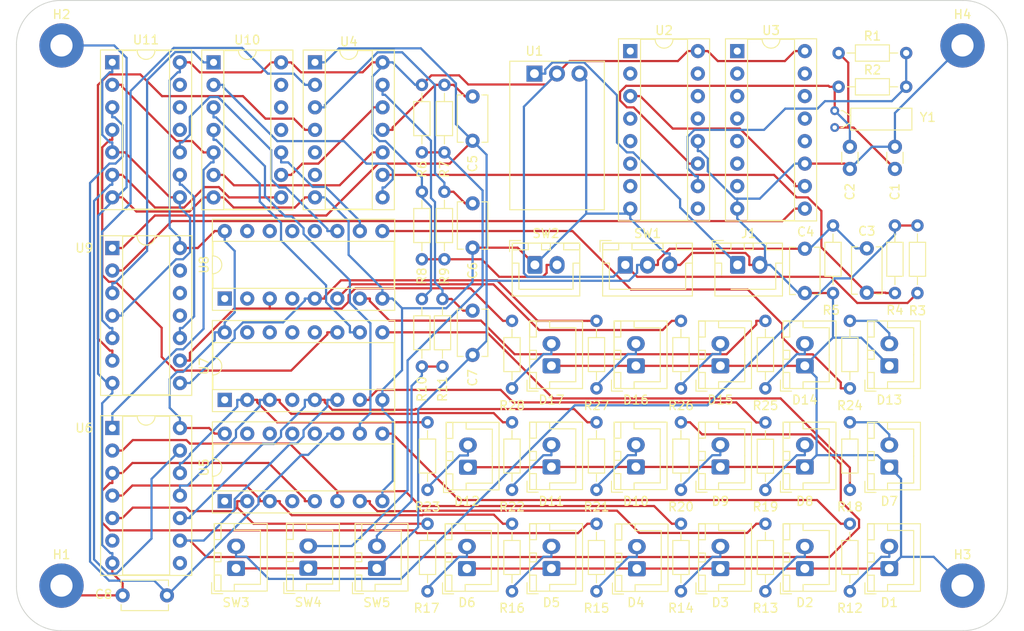
<source format=kicad_pcb>
(kicad_pcb (version 20221018) (generator pcbnew)
  (layers (0 "F.Cu" signal) (31 "B.Cu" signal) (34 "B.Paste" user) (35 "F.Paste" user) (36 "B.SilkS" user "B.Silkscreen") (37 "F.SilkS" user "F.Silkscreen") (38 "B.Mask" user) (39 "F.Mask" user) (44 "Edge.Cuts" user))
  (net 0 "")
  (net 1 "+3.3V")
  (net 2 "GND")
  (net 3 "Net-(C1-Pad1)")
  (net 4 "Net-(D1-A)")
  (net 5 "Net-(D2-A)")
  (net 6 "Net-(D3-A)")
  (net 7 "Net-(D4-A)")
  (net 8 "Net-(D5-A)")
  (net 9 "Net-(D6-A)")
  (net 10 "Net-(D7-A)")
  (net 11 "Net-(D8-A)")
  (net 12 "Net-(D9-A)")
  (net 13 "Net-(D10-A)")
  (net 14 "Net-(D11-A)")
  (net 15 "Net-(D12-A)")
  (net 16 "Net-(D13-A)")
  (net 17 "Net-(D14-A)")
  (net 18 "Net-(D15-A)")
  (net 19 "Net-(D16-A)")
  (net 20 "Net-(D17-A)")
  (net 21 "Net-(C5-Pad1)")
  (net 22 "Net-(C7-Pad1)")
  (net 23 "Net-(U2-(PHI)I)")
  (net 24 "Net-(C3-Pad1)")
  (net 25 "Net-(U7-Q0)")
  (net 26 "Net-(U8-Q0)")
  (net 27 "Net-(U7-Q1)")
  (net 28 "Net-(U8-Q1)")
  (net 29 "/Interface/SWITCH_PAUSE_NOT")
  (net 30 "/Clock_Binary/CARRY_SEC")
  (net 31 "+5V")
  (net 32 "Net-(U2-~{(PHI)O})")
  (net 33 "Net-(U7-Q2)")
  (net 34 "Net-(U8-Q2)")
  (net 35 "Net-(U7-Q3)")
  (net 36 "Net-(U8-Q3)")
  (net 37 "Net-(U7-Q4)")
  (net 38 "Net-(U8-Q4)")
  (net 39 "Net-(U7-Q5)")
  (net 41 "/Interface/SWITCH_PAUSE")
  (net 43 "Net-(C6-Pad1)")
  (net 46 "Net-(R3-Pad2)")
  (net 47 "Net-(U10-Pad1)")
  (net 48 "Net-(R6-Pad2)")
  (net 49 "Net-(R8-Pad2)")
  (net 50 "Net-(R10-Pad2)")
  (net 51 "Net-(U5-Q0)")
  (net 52 "Net-(U5-Q1)")
  (net 53 "Net-(U5-Q2)")
  (net 54 "Net-(U5-Q3)")
  (net 55 "Net-(U5-Q4)")
  (net 57 "Net-(U5-Q5)")
  (net 69 "/Clock_1hz/CLK_2Hz")
  (net 82 "/Clock_1hz/CLK_1Hz")
  (net 88 "/Interface/BUTTON_RESET")
  (net 89 "/Interface/BUTTON_SEC")
  (net 90 "/Interface/BUTTON_MIN")
  (net 91 "/Interface/BUTTON_HOUR")
  (net 94 "/Clock_Binary/CLOCK_SEC")
  (net 95 "/Clock_Binary/RESET_SEC")
  (net 100 "/Clock_Binary/CARRY_MIN")
  (net 101 "/Clock_Binary/CLOCK_MIN")
  (net 103 "/Clock_Binary/CLOCK_HOUR")
  (net 104 "/Clock_Binary/RESET_HOUR")
  (net 105 "Net-(U11-Pad1)")
  (net 106 "/Clock_Binary/CARRY_HOUR")
  (net 107 "/Clock_Binary/RESET_MIN")
  (footprint "Connector_JST:JST_XH_B2B-XH-A_1x02_P2.50mm_Vertical" (layer "F.Cu") (at 144.145 118.685 90)
    (fp_text reference "D11")
    (fp_text value "LED")
  )
  (footprint "Resistor_THT:R_Axial_DIN0204_L3.6mm_D1.6mm_P7.62mm_Horizontal" (layer "F.Cu") (at 131.86 107.355 90)
    (fp_text reference "R11")
    (fp_text value "10K")
  )
  (footprint "Package_DIP:DIP-16_W7.62mm_Socket" (layer "F.Cu") (at 153.035 71.755)
    (fp_text reference "U2")
    (fp_text value "CD4060BE")
  )
  (footprint "Resistor_THT:R_Axial_DIN0204_L3.6mm_D1.6mm_P7.62mm_Horizontal" (layer "F.Cu") (at 168.275 132.715 90)
    (fp_text reference "R13")
    (fp_text value "15")
  )
  (footprint "MountingHole:MountingHole_2.5mm_Pad" (layer "F.Cu") (at 88.9 71.12)
    (fp_text reference "H2")
    (fp_text value "MountingHole_Pad")
  )
  (footprint "Resistor_THT:R_Axial_DIN0204_L3.6mm_D1.6mm_P7.62mm_Horizontal" (layer "F.Cu") (at 184.15 75.785 180)
    (fp_text reference "R2")
    (fp_text value "10M")
  )
  (footprint "Resistor_THT:R_Axial_DIN0204_L3.6mm_D1.6mm_P7.62mm_Horizontal" (layer "F.Cu") (at 176.53 71.975)
    (fp_text reference "R1")
    (fp_text value "330K")
  )
  (footprint "Resistor_THT:R_Axial_DIN0204_L3.6mm_D1.6mm_P7.62mm_Horizontal" (layer "F.Cu") (at 130.175 121.265 90)
    (fp_text reference "R23")
    (fp_text value "15")
  )
  (footprint "Resistor_THT:R_Axial_DIN0204_L3.6mm_D1.6mm_P7.62mm_Horizontal" (layer "F.Cu") (at 177.8 113.645 -90)
    (fp_text reference "R18")
    (fp_text value "15")
  )
  (footprint "Capacitor_THT:C_Disc_D3.0mm_W1.6mm_P2.50mm" (layer "F.Cu") (at 177.8 82.55 -90)
    (fp_text reference "C2")
    (fp_text value "10pF")
  )
  (footprint "Resistor_THT:R_Axial_DIN0204_L3.6mm_D1.6mm_P7.62mm_Horizontal" (layer "F.Cu") (at 139.7 132.715 90)
    (fp_text reference "R16")
    (fp_text value "15")
  )
  (footprint "MountingHole:MountingHole_2.5mm_Pad" (layer "F.Cu") (at 88.9 132.08)
    (fp_text reference "H1")
    (fp_text value "MountingHole_Pad")
  )
  (footprint "MountingHole:MountingHole_2.5mm_Pad" (layer "F.Cu") (at 190.5 71.12)
    (fp_text reference "H4")
    (fp_text value "MountingHole_Pad")
  )
  (footprint "Connector_JST:JST_XH_B2B-XH-AM_1x02_P2.50mm_Vertical" (layer "F.Cu") (at 165.14 95.885)
    (fp_text reference "J1")
    (fp_text value "Conn_01x02")
  )
  (footprint "Connector_JST:JST_XH_B2B-XH-A_1x02_P2.50mm_Vertical" (layer "F.Cu") (at 182.245 107.275 90)
    (fp_text reference "D13")
    (fp_text value "LED")
  )
  (footprint "Capacitor_THT:C_Disc_D3.0mm_W1.6mm_P2.50mm" (layer "F.Cu") (at 182.88 85.05 90)
    (fp_text reference "C1")
    (fp_text value "10pF")
  )
  (footprint "MountingHole:MountingHole_2.5mm_Pad" (layer "F.Cu") (at 190.5 132.08)
    (fp_text reference "H3")
    (fp_text value "MountingHole_Pad")
  )
  (footprint "Package_DIP:DIP-16_W7.62mm_Socket" (layer "F.Cu") (at 165.1 71.755)
    (fp_text reference "U3")
    (fp_text value "4040")
  )
  (footprint "Connector_JST:JST_XH_B2B-XH-A_1x02_P2.50mm_Vertical" (layer "F.Cu") (at 172.72 118.685 90)
    (fp_text reference "D8")
    (fp_text value "LED")
  )
  (footprint "Connector_JST:JST_XH_B2B-XH-A_1x02_P2.50mm_Vertical" (layer "F.Cu") (at 144.145 130.145 90)
    (fp_text reference "D5")
    (fp_text value "LED")
  )
  (footprint "Connector_JST:JST_XH_B2B-XH-A_1x02_P2.50mm_Vertical" (layer "F.Cu") (at 153.78 130.175 90)
    (fp_text reference "D4")
    (fp_text value "LED")
  )
  (footprint "Resistor_THT:R_Axial_DIN0204_L3.6mm_D1.6mm_P7.62mm_Horizontal" (layer "F.Cu") (at 185.42 99.06 90)
    (fp_text reference "R3")
    (fp_text value "10K")
  )
  (footprint "Connector_JST:JST_XH_B2B-XH-A_1x02_P2.50mm_Vertical" (layer "F.Cu") (at 172.72 130.155 90)
    (fp_text reference "D2")
    (fp_text value "LED")
  )
  (footprint "Connector_JST:JST_XH_B2B-XH-A_1x02_P2.50mm_Vertical" (layer "F.Cu") (at 163.195 107.275 90)
    (fp_text reference "D15")
    (fp_text value "LED")
  )
  (footprint "Resistor_THT:R_Axial_DIN0204_L3.6mm_D1.6mm_P7.62mm_Horizontal" (layer "F.Cu") (at 149.225 132.715 90)
    (fp_text reference "R15")
    (fp_text value "15")
  )
  (footprint "Resistor_THT:R_Axial_DIN0204_L3.6mm_D1.6mm_P7.62mm_Horizontal" (layer "F.Cu") (at 158.75 121.265 90)
    (fp_text reference "R20")
    (fp_text value "15")
  )
  (footprint "Converter_DCDC:Converter_DCDC_Murata_OKI-78SR_Horizontal" (layer "F.Cu") (at 142.23 74.3)
    (fp_text reference "U1")
    (fp_text value "OKI-78SR-3.3_1.5-W36H-C")
  )
  (footprint "Connector_JST:JST_XH_B2B-XH-A_1x02_P2.50mm_Vertical" (layer "F.Cu") (at 163.195 118.685 90)
    (fp_text reference "D9")
    (fp_text value "LED")
  )
  (footprint "Resistor_THT:R_Axial_DIN0204_L3.6mm_D1.6mm_P7.62mm_Horizontal" (layer "F.Cu") (at 177.8 102.195 -90)
    (fp_text reference "R24")
    (fp_text value "56")
  )
  (footprint "Package_DIP:DIP-16_W7.62mm_Socket" (layer "F.Cu") (at 107.305 122.545 90)
    (fp_text reference "U5")
    (fp_text value "4040")
  )
  (footprint "Resistor_THT:R_Axial_DIN0204_L3.6mm_D1.6mm_P7.62mm_Horizontal" (layer "F.Cu") (at 149.225 121.265 90)
    (fp_text reference "R21")
    (fp_text value "15")
  )
  (footprint "Connector_JST:JST_XH_B2B-XH-A_1x02_P2.50mm_Vertical" (layer "F.Cu") (at 124.46 130.135 90)
    (fp_text reference "SW5")
    (fp_text value "SW_Push")
  )
  (footprint "Connector_JST:JST_XH_B2B-XH-A_1x02_P2.50mm_Vertical" (layer "F.Cu") (at 153.67 118.685 90)
    (fp_text reference "D10")
    (fp_text value "LED")
  )
  (footprint "Resistor_THT:R_Axial_DIN0204_L3.6mm_D1.6mm_P7.62mm_Horizontal" (layer "F.Cu") (at 175.895 91.44 -90)
    (fp_text reference "R5")
    (fp_text value "10K")
  )
  (footprint "Capacitor_THT:C_Disc_D5.1mm_W3.2mm_P5.00mm" (layer "F.Cu") (at 135.255 88.94 -90)
    (fp_text reference "C6")
    (fp_text value "100nF")
  )
  (footprint "Connector_JST:JST_XH_B2B-XH-A_1x02_P2.50mm_Vertical" (layer "F.Cu") (at 163.195 130.155 90)
    (fp_text reference "D3")
    (fp_text value "LED")
  )
  (footprint "Package_DIP:DIP-16_W7.62mm_Socket" (layer "F.Cu") (at 107.305 111.115 90)
    (fp_text reference "U7")
    (fp_text value "4040")
  )
  (footprint "Resistor_THT:R_Axial_DIN0204_L3.6mm_D1.6mm_P7.62mm_Horizontal" (layer "F.Cu") (at 149.225 109.815 90)
    (fp_text reference "R27")
    (fp_text value "56")
  )
  (footprint "Resistor_THT:R_Axial_DIN0204_L3.6mm_D1.6mm_P7.62mm_Horizontal" (layer "F.Cu") (at 130.175 132.715 90)
    (fp_text reference "R17")
    (fp_text value "15")
  )
  (footprint "Resistor_THT:R_Axial_DIN0204_L3.6mm_D1.6mm_P7.62mm_Horizontal" (layer "F.Cu") (at 132.08 83.185 90)
    (fp_text reference "R7")
    (fp_text value "10K")
  )
  (footprint "Capacitor_THT:C_Disc_D5.1mm_W3.2mm_P5.00mm" (layer "F.Cu") (at 135.255 101.045 -90)
    (fp_text reference "C7")
    (fp_text value "100nF")
  )
  (footprint "Package_DIP:DIP-14_W7.62mm_Socket" (layer "F.Cu") (at 94.625 73.02)
    (fp_text reference "U11")
    (fp_text value "4071")
  )
  (footprint "Resistor_THT:R_Axial_DIN0204_L3.6mm_D1.6mm_P7.62mm_Horizontal" (layer "F.Cu") (at 139.7 121.265 90)
    (fp_text reference "R22")
    (fp_text value "15")
  )
  (footprint "Package_DIP:DIP-14_W7.62mm_Socket" (layer "F.Cu") (at 117.485 73.025)
    (fp_text reference "U4")
    (fp_text value "4069")
  )
  (footprint "Capacitor_THT:C_Disc_D5.1mm_W3.2mm_P5.00mm" (layer "F.Cu") (at 179.705 99.02 90)
    (fp_text reference "C3")
    (fp_text value "100nF")
  )
  (footprint "Resistor_THT:R_Axial_DIN0204_L3.6mm_D1.6mm_P7.62mm_Horizontal" (layer "F.Cu") (at 158.75 109.815 90)
    (fp_text reference "R26")
    (fp_text value "56")
  )
  (footprint "Connector_JST:JST_XH_B2B-XH-A_1x02_P2.50mm_Vertical" (layer "F.Cu") (at 172.72 107.275 90)
    (fp_text reference "D14")
    (fp_text value "LED")
  )
  (footprint "Resistor_THT:R_Axial_DIN0204_L3.6mm_D1.6mm_P7.62mm_Horizontal" (layer "F.Cu") (at 158.75 132.715 90)
    (fp_text reference "R14")
    (fp_text value "15")
  )
  (footprint "Package_DIP:DIP-14_W7.62mm_Socket" (layer "F.Cu") (at 94.635 114.295)
    (fp_text reference "U6")
    (fp_text value "4082")
  )
  (footprint "Connector_JST:JST_XH_B2B-XH-A_1x02_P2.50mm_Vertical" (layer "F.Cu") (at 134.73 118.715 90)
    (fp_text reference "D12")
    (fp_text value "LED")
  )
  (footprint "Package_DIP:DIP-16_W7.62mm_Socket" (layer "F.Cu") (at 107.305 99.685 90)
    (fp_text reference "U8")
    (fp_text value "4040")
  )
  (footprint "Connector_JST:JST_XH_B2B-XH-A_1x02_P2.50mm_Vertical" (layer "F.Cu") (at 153.67 107.275 90)
    (fp_text reference "D16")
    (fp_text value "LED")
  )
  (footprint "Connector_JST:JST_XH_B2B-XH-A_1x02_P2.50mm_Vertical" (layer "F.Cu") (at 108.585 130.135 90)
    (fp_text reference "SW3")
    (fp_text value "SW_Push")
  )
  (footprint "Connector_JST:JST_XH_B2B-XH-A_1x02_P2.50mm_Vertical" (layer "F.Cu") (at 182.245 118.705 90)
    (fp_text reference "D7")
    (fp_text value "LED")
  )
  (footprint "Resistor_THT:R_Axial_DIN0204_L3.6mm_D1.6mm_P7.62mm_Horizontal" (layer "F.Cu") (at 168.275 109.815 90)
    (fp_text reference "R25")
    (fp_text value "56")
  )
  (footprint "Connector_JST:JST_XH_B3B-XH-A_1x03_P2.50mm_Vertical" (layer "F.Cu") (at 152.48 95.885)
    (fp_text reference "SW1")
    (fp_text value "SW_SPST_LED")
  )
  (footprint "Connector_JST:JST_XH_B2B-XH-A_1x02_P2.50mm_Vertical" (layer "F.Cu") (at 144.145 107.275 90)
    (fp_text reference "D17")
    (fp_text value "LED")
  )
  (footprint "Capacitor_THT:C_Disc_D5.1mm_W3.2mm_P5.00mm" (layer "F.Cu") (at 100.7919 133.1769 180)
    (fp_text reference "C8")
    (fp_text value "100nf")
  )
  (footprint "Connector_JST:JST_XH_B2B-XH-A_1x02_P2.50mm_Vertical" (layer "F.Cu") (at 182.245 130.155 90)
    (fp_text reference "D1")
    (fp_text value "LED")
  )
  (footprint "Capacitor_THT:C_Disc_D5.1mm_W3.2mm_P5.00mm" (layer "F.Cu") (at 135.255 76.875 -90)
    (fp_text reference "C5")
    (fp_text value "100nF")
  )
  (footprint "Connector_JST:JST_XH_B2B-XH-A_1x02_P2.50mm_Vertical" (layer "F.Cu") (at 116.7252 130.1116 90)
    (fp_text reference "SW4")
    (fp_text value "SW_Push")
  )
  (footprint "Crystal:Crystal_C26-LF_D2.1mm_L6.5mm_Horizontal" (layer "F.Cu") (at 176.09 80.3801 90)
    (fp_text reference "Y1")
    (fp_text value "32.768KHz")
  )
  (footprint "Resistor_THT:R_Axial_DIN0204_L3.6mm_D1.6mm_P7.62mm_Horizontal" (layer "F.Cu") (at 129.54 99.735 -90)
    (fp_text reference "R10")
    (fp_text value "10K")
  )
  (footprint "Resistor_THT:R_Axial_DIN0204_L3.6mm_D1.6mm_P7.62mm_Horizontal" (layer "F.Cu") (at 139.7 109.815 90)
    (fp_text reference "R28")
    (fp_text value "56")
  )
  (footprint "Resistor_THT:R_Axial_DIN0204_L3.6mm_D1.6mm_P7.62mm_Horizontal" (layer "F.Cu") (at 132.08 95.25 90)
    (fp_text reference "R9")
    (fp_text value "10K")
  )
  (footprint "Package_DIP:DIP-14_W7.62mm_Socket" (layer "F.Cu") (at 106.045 73.03)
    (fp_text reference "U10")
    (fp_text value "4071")
  )
  (footprint "Resistor_THT:R_Axial_DIN0204_L3.6mm_D1.6mm_P7.62mm_Horizontal" (layer "F.Cu") (at 129.54 87.63 -90)
    (fp_text reference "R8")
    (fp_text value "10K")
  )
  (footprint "Capacitor_THT:C_Disc_D5.1mm_W3.2mm_P5.00mm" (layer "F.Cu") (at 172.72 94.06 -90)
    (fp_text reference "C4")
    (fp_text value "100nF")
  )
  (footprint "Resistor_THT:R_Axial_DIN0204_L3.6mm_D1.6mm_P7.62mm_Horizontal" (layer "F.Cu") (at 177.8 132.715 90)
    (fp_text reference "R12")
    (fp_text value "15")
  )
  (footprint "Resistor_THT:R_Axial_DIN0204_L3.6mm_D1.6mm_P7.62mm_Horizontal" (layer "F.Cu") (at 182.88 91.44 -90)
    (fp_text reference "R4")
    (fp_text value "10K")
  )
  (footprint "Connector_JST:JST_XH_B2B-XH-A_1x02_P2.50mm_Vertical" (layer "F.Cu") (at 134.62 130.155 90)
    (fp_text reference "D6")
    (fp_text value "LED")
  )
  (footprint "Connector_JST:JST_XH_B2B-XH-A_1x02_P2.50mm_Vertical" (layer "F.Cu") (at 142.28 95.885)
    (fp_text reference "SW2")
    (fp_text value "SW_Push")
  )
  (footprint "Resistor_THT:R_Axial_DIN0204_L3.6mm_D1.6mm_P7.62mm_Horizontal" (layer "F.Cu") (at 168.275 121.285 90)
    (fp_text reference "R19")
    (fp_text value "15")
  )
  (footprint "Resistor_THT:R_Axial_DIN0204_L3.6mm_D1.6mm_P7.62mm_Horizontal" (layer "F.Cu") (at 129.54 75.565 -90)
    (fp_text reference "R6")
    (fp_text value "10K")
  )
  (footprint "Package_DIP:DIP-14_W7.62mm_Socket" (layer "F.Cu") (at 94.635 93.98)
    (fp_text reference "U9")
    (fp_text value "4081")
  )
  (gr_arc (start 195.58 132.16) (mid 194.115534 135.695534) (end 190.58 137.16) (stroke (width 0.1)) (layer "Edge.Cuts"))
  (gr_line (start 195.58 71.04) (end 195.58 132.16) (stroke (width 0.1)) (layer "Edge.Cuts"))
  (gr_line (start 88.82 66.04) (end 190.58 66.04) (stroke (width 0.1)) (layer "Edge.Cuts"))
  (gr_line (start 83.82 132.16) (end 83.82 71.04) (stroke (width 0.1)) (layer "Edge.Cuts"))
  (gr_arc (start 88.82 137.16) (mid 85.284466 135.695534) (end 83.82 132.16) (stroke (width 0.1)) (layer "Edge.Cuts"))
  (gr_line (start 190.58 137.16) (end 88.82 137.16) (stroke (width 0.1)) (layer "Edge.Cuts"))
  (gr_arc (start 83.82 71.04) (mid 85.284466 67.504466) (end 88.82 66.04) (stroke (width 0.1)) (layer "Edge.Cuts"))
  (gr_arc (start 190.58 66.04) (mid 194.115534 67.504466) (end 195.58 71.04) (stroke (width 0.1)) (layer "Edge.Cuts"))
  (segment (start 107.305 92.065) (end 106.1799 92.065) (width 0.25) (layer "F.Cu") (net 1))
  (segment (start 111.4147 74.1552) (end 112.5399 73.03) (width 0.25) (layer "F.Cu") (net 1))
  (segment (start 144.77 74.3) (end 143.5448 75.5252) (width 0.25) (layer "F.Cu") (net 1))
  (segment (start 172.72 71.755) (end 171.5949 71.755) (width 0.25) (layer "F.Cu") (net 1))
  (segment (start 160.655 71.755) (end 159.5299 71.755) (width 0.25) (layer "F.Cu") (net 1))
  (segment (start 184.3011 100.1789) (end 185.42 99.06) (width 0.25) (layer "F.Cu") (net 1))
  (segment (start 113.665 73.03) (end 112.5399 73.03) (width 0.25) (layer "F.Cu") (net 1))
  (segment (start 107.305 114.925) (end 106.1799 114.925) (width 0.25) (layer "F.Cu") (net 1))
  (segment (start 152.48 95.885) (end 153.823 97.228) (width 0.25) (layer "F.Cu") (net 1))
  (segment (start 175.6751 97.228) (end 178.626 100.1789) (width 0.25) (layer "F.Cu") (net 1))
  (segment (start 105.5499 114.295) (end 106.1799 114.925) (width 0.25) (layer "F.Cu") (net 1))
  (segment (start 146.1898 72.8802) (end 144.77 74.3) (width 0.25) (layer "F.Cu") (net 1))
  (segment (start 103.3701 73.02) (end 104.5053 74.1552) (width 0.25) (layer "F.Cu") (net 1))
  (segment (start 170.4697 72.8802) (end 162.9053 72.8802) (width 0.25) (layer "F.Cu") (net 1))
  (segment (start 130.6089 74.4961) (end 129.54 75.565) (width 0.25) (layer "F.Cu") (net 1))
  (segment (start 102.245 73.02) (end 103.3701 73.02) (width 0.25) (layer "F.Cu") (net 1))
  (segment (start 159.5299 71.755) (end 158.4047 72.8802) (width 0.25) (layer "F.Cu") (net 1))
  (segment (start 171.5949 71.755) (end 170.4697 72.8802) (width 0.25) (layer "F.Cu") (net 1))
  (segment (start 160.655 71.755) (end 161.7801 71.755) (width 0.25) (layer "F.Cu") (net 1))
  (segment (start 102.255 93.98) (end 104.2649 93.98) (width 0.25) (layer "F.Cu") (net 1))
  (segment (start 113.665 73.03) (end 114.7901 73.03) (width 0.25) (layer "F.Cu") (net 1))
  (segment (start 162.9053 72.8802) (end 161.7801 71.755) (width 0.25) (layer "F.Cu") (net 1))
  (segment (start 125.105 73.025) (end 123.9799 73.025) (width 0.25) (layer "F.Cu") (net 1))
  (segment (start 104.2649 93.98) (end 106.1799 92.065) (width 0.25) (layer "F.Cu") (net 1))
  (segment (start 102.255 114.295) (end 105.5499 114.295) (width 0.25) (layer "F.Cu") (net 1))
  (segment (start 104.5053 74.1552) (end 111.4147 74.1552) (width 0.25) (layer "F.Cu") (net 1))
  (segment (start 134.7679 75.5252) (end 133.7388 74.4961) (width 0.25) (layer "F.Cu") (net 1))
  (segment (start 123.9799 73.025) (end 122.8548 74.1501) (width 0.25) (layer "F.Cu") (net 1))
  (segment (start 122.8548 74.1501) (end 115.9102 74.1501) (width 0.25) (layer "F.Cu") (net 1))
  (segment (start 158.4047 72.8802) (end 146.1898 72.8802) (width 0.25) (layer "F.Cu") (net 1))
  (segment (start 133.7388 74.4961) (end 130.6089 74.4961) (width 0.25) (layer "F.Cu") (net 1))
  (segment (start 115.9102 74.1501) (end 114.7901 73.03) (width 0.25) (layer "F.Cu") (net 1))
  (segment (start 143.5448 75.5252) (end 134.7679 75.5252) (width 0.25) (layer "F.Cu") (net 1))
  (segment (start 153.823 97.228) (end 175.6751 97.228) (width 0.25) (layer "F.Cu") (net 1))
  (segment (start 178.626 100.1789) (end 184.3011 100.1789) (width 0.25) (layer "F.Cu") (net 1))
  (segment (start 107.305 103.495) (end 107.305 102.3699) (width 0.25) (layer "B.Cu") (net 1))
  (segment (start 102.255 114.295) (end 102.255 113.1699) (width 0.25) (layer "B.Cu") (net 1))
  (segment (start 125.555 73.025) (end 123.9562 74.6238) (width 0.25) (layer "B.Cu") (net 1))
  (segment (start 102.245 73.02) (end 102.245 74.1451) (width 0.25) (layer "B.Cu") (net 1))
  (segment (start 123.9562 74.6238) (end 123.9562 81.117) (width 0.25) (layer "B.Cu") (net 1))
  (segment (start 141.4414 97.2262) (end 141.0422 96.827) (width 0.25) (layer "B.Cu") (net 1))
  (segment (start 125.4273 81.915) (end 129.54 86.0277) (width 0.25) (layer "B.Cu") (net 1))
  (segment (start 129.54 87.63) (end 129.54 88.2665) (width 0.25) (layer "B.Cu") (net 1))
  (segment (start 101.928 107.95) (end 101.101 108.777) (width 0.25) (layer "B.Cu") (net 1))
  (segment (start 107.305 103.495) (end 106.1799 103.495) (width 0.25) (layer "B.Cu") (net 1))
  (segment (start 107.305 93.1901) (end 108.4302 94.3153) (width 0.25) (layer "B.Cu") (net 1))
  (segment (start 128.7701 75.565) (end 129.54 75.565) (width 0.25) (layer "B.Cu") (net 1))
  (segment (start 101.0955 91.6954) (end 101.0955 75.0614) (width 0.25) (layer "B.Cu") (net 1))
  (segment (start 141.0422 96.827) (end 141.0422 78.0278) (width 0.25) (layer "B.Cu") (net 1))
  (segment (start 129.54 88.2665) (end 130.5652 89.2917) (width 0.25) (layer "B.Cu") (net 1))
  (segment (start 125.105 73.025) (end 125.555 73.025) (width 0.25) (layer "B.Cu") (net 1))
  (segment (start 141.0422 78.0278) (end 144.77 74.3) (width 0.25) (layer "B.Cu") (net 1))
  (segment (start 108.4302 101.2447) (end 107.305 102.3699) (width 0.25) (layer "B.Cu") (net 1))
  (segment (start 130.5652 98.7098) (end 129.54 99.735) (width 0.25) (layer "B.Cu") (net 1))
  (segment (start 106.1799 104.3896) (end 102.6195 107.95) (width 0.25) (layer "B.Cu") (net 1))
  (segment (start 107.305 92.065) (end 107.305 93.1901) (width 0.25) (layer "B.Cu") (net 1))
  (segment (start 102.0118 74.1451) (end 102.245 74.1451) (width 0.25) (layer "B.Cu") (net 1))
  (segment (start 129.54 86.0277) (end 129.54 87.63) (width 0.25) (layer "B.Cu") (net 1))
  (segment (start 152.48 95.885) (end 151.1388 97.2262) (width 0.25) (layer "B.Cu") (net 1))
  (segment (start 125.555 73.025) (end 126.2301 73.025) (width 0.25) (layer "B.Cu") (net 1))
  (segment (start 102.6195 107.95) (end 101.928 107.95) (width 0.25) (layer "B.Cu") (net 1))
  (segment (start 101.101 108.777) (end 101.101 112.0159) (width 0.25) (layer "B.Cu") (net 1))
  (segment (start 108.4302 94.3153) (end 108.4302 101.2447) (width 0.25) (layer "B.Cu") (net 1))
  (segment (start 123.9562 81.117) (end 124.7542 81.915) (width 0.25) (layer "B.Cu") (net 1))
  (segment (start 124.7542 81.915) (end 125.4273 81.915) (width 0.25) (layer "B.Cu") (net 1))
  (segment (start 126.2301 73.025) (end 128.7701 75.565) (width 0.25) (layer "B.Cu") (net 1))
  (segment (start 101.0955 75.0614) (end 102.0118 74.1451) (width 0.25) (layer "B.Cu") (net 1))
  (segment (start 130.5652 89.2917) (end 130.5652 98.7098) (width 0.25) (layer "B.Cu") (net 1))
  (segment (start 151.1388 97.2262) (end 141.4414 97.2262) (width 0.25) (layer "B.Cu") (net 1))
  (segment (start 102.255 93.98) (end 102.255 92.8549) (width 0.25) (layer "B.Cu") (net 1))
  (segment (start 102.255 92.8549) (end 101.0955 91.6954) (width 0.25) (layer "B.Cu") (net 1))
  (segment (start 101.101 112.0159) (end 102.255 113.1699) (width 0.25) (layer "B.Cu") (net 1))
  (segment (start 106.1799 103.495) (end 106.1799 104.3896) (width 0.25) (layer "B.Cu") (net 1))
  (segment (start 158.6551 95.885) (end 160.0056 94.5345) (width 0.25) (layer "F.Cu") (net 2))
  (segment (start 144.145 130.15) (end 144.145 130.145) (width 0.25) (layer "F.Cu") (net 2))
  (segment (start 95.7919 131.817) (end 95.7919 133.1769) (width 0.25) (layer "F.Cu") (net 2))
  (segment (start 153.67 107.275) (end 163.195 107.275) (width 0.25) (layer "F.Cu") (net 2))
  (segment (start 163.195 118.685) (end 153.67 118.685) (width 0.25) (layer "F.Cu") (net 2))
  (segment (start 116.3599 88.265) (end 115.2154 89.4095) (width 0.25) (layer "F.Cu") (net 2))
  (segment (start 160.0056 94.5345) (end 166.0204 94.5345) (width 0.25) (layer "F.Cu") (net 2))
  (segment (start 182.245 130.155) (end 172.72 130.155) (width 0.25) (layer "F.Cu") (net 2))
  (segment (start 144.14 130.155) (end 144.145 130.15) (width 0.25) (layer "F.Cu") (net 2))
  (segment (start 134.62 130.155) (end 144.14 130.155) (width 0.25) (layer "F.Cu") (net 2))
  (segment (start 89.9969 133.1769) (end 88.9 132.08) (width 0.25) (layer "F.Cu") (net 2))
  (segment (start 117.485 88.265) (end 116.3599 88.265) (width 0.25) (layer "F.Cu") (net 2))
  (segment (start 172.72 107.275) (end 163.195 107.275) (width 0.25) (layer "F.Cu") (net 2))
  (segment (start 157.48 95.885) (end 158.6551 95.885) (width 0.25) (layer "F.Cu") (net 2))
  (segment (start 140.335 93.94) (end 142.28 95.885) (width 0.25) (layer "F.Cu") (net 2))
  (segment (start 94.635 130.6601) (end 95.7919 131.817) (width 0.25) (layer "F.Cu") (net 2))
  (segment (start 97.3499 89.8598) (end 103.3301 89.8598) (width 0.25) (layer "F.Cu") (net 2))
  (segment (start 103.3301 89.8598) (end 104.9199 88.27) (width 0.25) (layer "F.Cu") (net 2))
  (segment (start 108.3096 89.4095) (end 107.1701 88.27) (width 0.25) (layer "F.Cu") (net 2))
  (segment (start 163.195 130.155) (end 153.8 130.155) (width 0.25) (layer "F.Cu") (net 2))
  (segment (start 144.145 107.275) (end 153.67 107.275) (width 0.25) (layer "F.Cu") (net 2))
  (segment (start 94.625 88.26) (end 95.7501 88.26) (width 0.25) (layer "F.Cu") (net 2))
  (segment (start 153.67 118.685) (end 144.145 118.685) (width 0.25) (layer "F.Cu") (net 2))
  (segment (start 144.115 118.715) (end 144.145 118.685) (width 0.25) (layer "F.Cu") (net 2))
  (segment (start 144.145 130.15) (end 153.755 130.15) (width 0.25) (layer "F.Cu") (net 2))
  (segment (start 95.7501 88.26) (end 97.3499 89.8598) (width 0.25) (layer "F.Cu") (net 2))
  (segment (start 172.72 130.155) (end 163.195 130.155) (width 0.25) (layer "F.Cu") (net 2))
  (segment (start 95.7919 133.1769) (end 89.9969 133.1769) (width 0.25) (layer "F.Cu") (net 2))
  (segment (start 172.72 84.455) (end 177.205 84.455) (width 0.25) (layer "F.Cu") (net 2))
  (segment (start 167.64 95.885) (end 166.4649 95.885) (width 0.25) (layer "F.Cu") (net 2))
  (segment (start 166.4649 94.979) (end 166.4649 95.885) (width 0.25) (layer "F.Cu") (net 2))
  (segment (start 115.2154 89.4095) (end 108.3096 89.4095) (width 0.25) (layer "F.Cu") (net 2))
  (segment (start 153.755 130.15) (end 153.78 130.175) (width 0.25) (layer "F.Cu") (net 2))
  (segment (start 134.73 118.715) (end 144.115 118.715) (width 0.25) (layer "F.Cu") (net 2))
  (segment (start 106.045 88.27) (end 104.9199 88.27) (width 0.25) (layer "F.Cu") (net 2))
  (segment (start 172.72 99.06) (end 175.895 99.06) (width 0.25) (layer "F.Cu") (net 2))
  (segment (start 177.205 84.455) (end 177.8 85.05) (width 0.25) (layer "F.Cu") (net 2))
  (segment (start 153.8 130.155) (end 153.78 130.175) (width 0.25) (layer "F.Cu") (net 2))
  (segment (start 94.635 129.535) (end 94.635 130.6601) (width 0.25) (layer "F.Cu") (net 2))
  (segment (start 172.72 118.685) (end 163.195 118.685) (width 0.25) (layer "F.Cu") (net 2))
  (segment (start 106.045 88.27) (end 107.1701 88.27) (width 0.25) (layer "F.Cu") (net 2))
  (segment (start 166.0204 94.5345) (end 166.4649 94.979) (width 0.25) (layer "F.Cu") (net 2))
  (segment (start 135.255 93.94) (end 140.335 93.94) (width 0.25) (layer "F.Cu") (net 2))
  (segment (start 187.2498 128.8298) (end 190.5 132.08) (width 0.25) (layer "B.Cu") (net 2))
  (segment (start 93.4855 127.4936) (end 94.4018 128.4099) (width 0.25) (layer "B.Cu") (net 2))
  (segment (start 190.5 71.12) (end 182.88 78.74) (width 0.25) (layer "B.Cu") (net 2))
  (segment (start 156.9598 94.5849) (end 153.035 90.6601) (width 0.25) (layer "B.Cu") (net 2))
  (segment (start 182.88 78.74) (end 182.88 82.55) (width 0.25) (layer "B.Cu") (net 2))
  (segment (start 161.7801 83.8838) (end 161.7801 85.3232) (width 0.25) (layer "B.Cu") (net 2))
  (segment (start 160.9364 83.0401) (end 161.7801 83.8838) (width 0.25) (layer "B.Cu") (net 2))
  (segment (start 180.3 82.55) (end 182.88 82.55) (width 0.25) (layer "B.Cu") (net 2))
  (segment (start 153.035 90.0975) (end 153.035 90.6601) (width 0.25) (layer "B.Cu") (net 2))
  (segment (start 94.635 129.535) (end 94.635 128.4099) (width 0.25) (layer "B.Cu") (net 2))
  (segment (start 125.085 111.115) (end 125.085 109.9899) (width 0.25) (layer "B.Cu") (net 2))
  (segment (start 94.635 109.22) (end 94.635 109.7825) (width 0.25) (layer "B.Cu") (net 2))
  (segment (start 172.72 118.685) (end 174.0452 117.3598) (width 0.25) (layer "B.Cu") (net 2))
  (segment (start 94.635 109.7825) (end 94.635 110.3451) (width 0.25) (layer "B.Cu") (net 2))
  (segment (start 183.5702 128.8298) (end 187.2498 128.8298) (width 0.25) (layer "B.Cu") (net 2))
  (segment (start 183.5702 128.8298) (end 182.245 130.155) (width 0.25) (layer "B.Cu") (net 2))
  (segment (start 88.9 71.12) (end 94.8419 71.12) (width 0.25) (layer "B.Cu") (net 2))
  (segment (start 161.7801 85.3232) (end 164.8668 88.4099) (width 0.25) (layer "B.Cu") (net 2))
  (segment (start 121.275 90.9299) (end 121.275 94.7499) (width 0.25) (layer "B.Cu") (net 2))
  (segment (start 126.2601 120.2448) (end 125.085 121.4199) (width 0.25) (layer "B.Cu") (net 2))
  (segment (start 157.48 94.5849) (end 156.9598 94.5849) (width 0.25) (layer "B.Cu") (net 2))
  (segment (start 165.1 89.535) (end 165.1 88.4099) (width 0.25) (layer "B.Cu") (net 2))
  (segment (start 180.8998 117.3598) (end 182.245 118.705) (width 0.25) (layer "B.Cu") (net 2))
  (segment (start 168.2276 95.885) (end 168.2276 93.7877) (width 0.25) (layer "B.Cu") (net 2))
  (segment (start 127.3007 100.7756) (end 126.2101 99.685) (width 0.25) (layer "B.Cu") (net 2))
  (segment (start 153.035 90.0975) (end 148.0675 90.0975) (width 0.25) (layer "B.Cu") (net 2))
  (segment (start 125.085 112.2401) (end 126.2601 113.4152) (width 0.25) (layer "B.Cu") (net 2))
  (segment (start 94.4018 128.4099) (end 94.635 128.4099) (width 0.25) (layer "B.Cu") (net 2))
  (segment (start 135.255 97.8047) (end 132.2841 100.7756) (width 0.25) (layer "B.Cu") (net 2))
  (segment (start 165.1 89.535) (end 165.1 90.6601) (width 0.25) (layer "B.Cu") (net 2))
  (segment (start 96.2397 72.5178) (end 96.2397 87.1205) (width 0.25) (layer "B.Cu") (net 2))
  (segment (start 160.655 83.0401) (end 160.9364 83.0401) (width 0.25) (layer "B.Cu") (net 2))
  (segment (start 93.0201 108.1676) (end 94.635 109.7825) (width 0.25) (layer "B.Cu") (net 2))
  (segment (start 93.0201 90.3401) (end 93.0201 108.1676) (width 0.25) (layer "B.Cu") (net 2))
  (segment (start 96.2397 87.1205) (end 94.625 88.7352) (width 0.25) (layer "B.Cu") (net 2))
  (segment (start 125.085 99.685) (end 126.2101 99.685) (width 0.25) (layer "B.Cu") (net 2))
  (segment (start 179.07 104.1) (end 175.895 104.1) (width 0.25) (layer "B.Cu") (net 2))
  (segment (start 182.245 118.705) (end 183.5702 120.0302) (width 0.25) (layer "B.Cu") (net 2))
  (segment (start 148.0675 90.0975) (end 148.0675 75.0575) (width 0.25) (layer "B.Cu") (net 2))
  (segment (start 126.2601 113.4152) (end 126.2601 120.2448) (width 0.25) (layer "B.Cu") (net 2))
  (segment (start 135.255 93.94) (end 135.255 97.8047) (width 0.25) (layer "B.Cu") (net 2))
  (segment (start 172.72 99.06) (end 171.9901 99.06) (width 0.25) (layer "B.Cu") (net 2))
  (segment (start 127.3007 100.7756) (end 127.3007 107.7742) (width 0.25) (layer "B.Cu") (net 2))
  (segment (start 167.64 88.4099) (end 165.1 88.4099) (width 0.25) (layer "B.Cu") (net 2))
  (segment (start 174.0452 117.3598) (end 174.0452 108.6002) (width 0.25) (layer "B.Cu") (net 2))
  (segment (start 164.8668 88.4099) (end 165.1 88.4099) (width 0.25) (layer "B.Cu") (net 2))
  (segment (start 125.085 122.545) (end 125.085 121.4199) (width 0.25) (layer "B.Cu") (net 2))
  (segment (start 174.0452 108.6002) (end 172.72 107.275) (width 0.25) (layer "B.Cu") (net 2))
  (segment (start 182.245 107.275) (end 179.07 104.1) (width 0.25) (layer "B.Cu") (net 2))
  (segment (start 148.0675 90.0975) (end 142.28 95.885) (width 0.25) (layer "B.Cu") (net 2))
  (segment (start 127.3007 107.7742) (end 125.085 109.9899) (width 0.25) (layer "B.Cu") (net 2))
  (segment (start 132.2841 100.7756) (end 127.3007 100.7756) (width 0.25) (layer "B.Cu") (net 2))
  (segment (start 171.5949 84.455) (end 167.64 88.4099) (width 0.25) (layer "B.Cu") (net 2))
  (segment (start 121.275 94.7499) (end 125.085 98.5599) (width 0.25) (layer "B.Cu") (net 2))
  (segment (start 94.625 88.26) (end 94.625 88.7352) (width 0.25) (layer "B.Cu") (net 2))
  (segment (start 174.0452 117.3598) (end 180.8998 117.3598) (width 0.25) (layer "B.Cu") (net 2))
  (segment (start 94.635 110.3451) (end 93.4855 111.4946) (width 0.25) (layer "B.Cu") (net 2))
  (segment (start 172.72 84.455) (end 171.5949 84.455) (width 0.25) (layer "B.Cu") (net 2))
  (segment (start 168.2276 93.7877) (end 165.1 90.6601) (width 0.25) (layer "B.Cu") (net 2))
  (segment (start 93.4855 111.4946) (end 93.4855 127.4936) (width 0.25) (layer "B.Cu") (net 2))
  (segment (start 157.48 95.885) (end 157.48 94.5849) (width 0.25) (layer "B.Cu") (net 2))
  (segment (start 94.8419 71.12) (end 96.2397 72.5178) (width 0.25) (layer "B.Cu") (net 2))
  (segment (start 94.625 88.7352) (end 93.0201 90.3401) (width 0.25) (layer "B.Cu") (net 2))
  (segment (start 171.9901 99.06) (end 168.8151 95.885) (width 0.25) (layer "B.Cu") (net 2))
  (segment (start 117.485 88.265) (end 118.6101 88.265) (width 0.25) (layer "B.Cu") (net 2))
  (segment (start 153.035 89.535) (end 153.035 90.0975) (width 0.25) (layer "B.Cu") (net 2))
  (segment (start 172.72 107.275) (end 175.895 104.1) (width 0.25) (layer "B.Cu") (net 2))
  (segment (start 118.6101 88.265) (end 121.275 90.9299) (width 0.25) (layer "B.Cu") (net 2))
  (segment (start 177.8 85.05) (end 180.3 82.55) (width 0.25) (layer "B.Cu") (net 2))
  (segment (start 148.0675 75.0575) (end 147.31 74.3) (width 0.25) (layer "B.Cu") (net 2))
  (segment (start 167.64 95.885) (end 168.2276 95.885) (width 0.25) (layer "B.Cu") (net 2))
  (segment (start 168.2276 95.885) (end 168.8151 95.885) (width 0.25) (layer "B.Cu") (net 2))
  (segment (start 160.655 81.915) (end 160.655 83.0401) (width 0.25) (layer "B.Cu") (net 2))
  (segment (start 175.895 104.1) (end 175.895 99.06) (width 0.25) (layer "B.Cu") (net 2))
  (segment (start 125.085 99.685) (end 125.085 98.5599) (width 0.25) (layer "B.Cu") (net 2))
  (segment (start 125.085 111.115) (end 125.085 112.2401) (width 0.25) (layer "B.Cu") (net 2))
  (segment (start 183.5702 120.0302) (end 183.5702 128.8298) (width 0.25) (layer "B.Cu") (net 2))
  (segment (start 177.6151 80.3801) (end 178.2101 80.3801) (width 0.25) (layer "F.Cu") (net 3))
  (segment (start 177.6151 73.0601) (end 176.53 71.975) (width 0.25) (layer "F.Cu") (net 3))
  (segment (start 177.6151 80.3801) (end 177.6151 73.0601) (width 0.25) (layer "F.Cu") (net 3))
  (segment (start 176.09 80.3801) (end 177.6151 80.3801) (width 0.25) (layer "F.Cu") (net 3))
  (segment (start 178.2101 80.3801) (end 182.88 85.05) (width 0.25) (layer "F.Cu") (net 3))
  (segment (start 181.3389 128.8301) (end 182.245 128.8301) (width 0.25) (layer "B.Cu") (net 4))
  (segment (start 182.245 127.655) (end 182.245 128.8301) (width 0.25) (layer "B.Cu") (net 4))
  (segment (start 177.8 132.715) (end 177.8 132.369) (width 0.25) (layer "B.Cu") (net 4))
  (segment (start 177.8 132.369) (end 181.3389 128.8301) (width 0.25) (layer "B.Cu") (net 4))
  (segment (start 172.72 127.655) (end 172.72 128.8301) (width 0.25) (layer "B.Cu") (net 5))
  (segment (start 171.8139 128.8301) (end 172.72 128.8301) (width 0.25) (layer "B.Cu") (net 5))
  (segment (start 168.275 132.369) (end 171.8139 128.8301) (width 0.25) (layer "B.Cu") (net 5))
  (segment (start 168.275 132.715) (end 168.275 132.369) (width 0.25) (layer "B.Cu") (net 5))
  (segment (start 158.75 132.369) (end 162.2889 128.8301) (width 0.25) (layer "B.Cu") (net 6))
  (segment (start 162.2889 128.8301) (end 163.195 128.8301) (width 0.25) (layer "B.Cu") (net 6))
  (segment (start 158.75 132.715) (end 158.75 132.369) (width 0.25) (layer "B.Cu") (net 6))
  (segment (start 163.195 127.655) (end 163.195 128.8301) (width 0.25) (layer "B.Cu") (net 6))
  (segment (start 153.78 127.675) (end 153.78 128.8501) (width 0.25) (layer "B.Cu") (net 7))
  (segment (start 152.8474 128.8501) (end 153.78 128.8501) (width 0.25) (layer "B.Cu") (net 7))
  (segment (start 149.225 132.715) (end 149.225 132.4725) (width 0.25) (layer "B.Cu") (net 7))
  (segment (start 149.225 132.4725) (end 152.8474 128.8501) (width 0.25) (layer "B.Cu") (net 7))
  (segment (start 143.2389 128.8201) (end 144.145 128.8201) (width 0.25) (layer "B.Cu") (net 8))
  (segment (start 139.7 132.715) (end 139.7 132.359) (width 0.25) (layer "B.Cu") (net 8))
  (segment (start 144.145 127.645) (end 144.145 128.8201) (width 0.25) (layer "B.Cu") (net 8))
  (segment (start 139.7 132.359) (end 143.2389 128.8201) (width 0.25) (layer "B.Cu") (net 8))
  (segment (start 130.175 132.715) (end 130.175 132.369) (width 0.25) (layer "B.Cu") (net 9))
  (segment (start 130.175 132.369) (end 133.7139 128.8301) (width 0.25) (layer "B.Cu") (net 9))
  (segment (start 134.62 127.655) (end 134.62 128.8301) (width 0.25) (layer "B.Cu") (net 9))
  (segment (start 133.7139 128.8301) (end 134.62 128.8301) (width 0.25) (layer "B.Cu") (net 9))
  (segment (start 180.8601 113.645) (end 182.245 115.0299) (width 0.25) (layer "B.Cu") (net 10))
  (segment (start 182.245 116.205) (end 182.245 115.0299) (width 0.25) (layer "B.Cu") (net 10))
  (segment (start 177.8 113.645) (end 180.8601 113.645) (width 0.25) (layer "B.Cu") (net 10))
  (segment (start 172.72 116.185) (end 172.72 117.3601) (width 0.25) (layer "B.Cu") (net 11))
  (segment (start 168.275 121.285) (end 168.275 120.899) (width 0.25) (layer "B.Cu") (net 11))
  (segment (start 171.8139 117.3601) (end 172.72 117.3601) (width 0.25) (layer "B.Cu") (net 11))
  (segment (start 168.275 120.899) (end 171.8139 117.3601) (width 0.25) (layer "B.Cu") (net 11))
  (segment (start 162.2889 117.3601) (end 163.195 117.3601) (width 0.25) (layer "B.Cu") (net 12))
  (segment (start 158.75 121.265) (end 158.75 120.899) (width 0.25) (layer "B.Cu") (net 12))
  (segment (start 158.75 120.899) (end 162.2889 117.3601) (width 0.25) (layer "B.Cu") (net 12))
  (segment (start 163.195 116.185) (end 163.195 117.3601) (width 0.25) (layer "B.Cu") (net 12))
  (segment (start 152.7639 117.3601) (end 153.67 117.3601) (width 0.25) (layer "B.Cu") (net 13))
  (segment (start 149.225 121.265) (end 149.225 120.899) (width 0.25) (layer "B.Cu") (net 13))
  (segment (start 153.67 116.185) (end 153.67 117.3601) (width 0.25) (layer "B.Cu") (net 13))
  (segment (start 149.225 120.899) (end 152.7639 117.3601) (width 0.25) (layer "B.Cu") (net 13))
  (segment (start 143.2389 117.3601) (end 144.145 117.3601) (width 0.25) (layer "B.Cu") (net 14))
  (segment (start 144.145 116.185) (end 144.145 117.3601) (width 0.25) (layer "B.Cu") (net 14))
  (segment (start 139.7 121.265) (end 139.7 120.899) (width 0.25) (layer "B.Cu") (net 14))
  (segment (start 139.7 120.899) (end 143.2389 117.3601) (width 0.25) (layer "B.Cu") (net 14))
  (segment (start 134.73 116.215) (end 134.73 117.3901) (width 0.25) (layer "B.Cu") (net 15))
  (segment (start 130.175 121.265) (end 130.175 121.0175) (width 0.25) (layer "B.Cu") (net 15))
  (segment (start 133.8024 117.3901) (end 134.73 117.3901) (width 0.25) (layer "B.Cu") (net 15))
  (segment (start 130.175 121.0175) (end 133.8024 117.3901) (width 0.25) (layer "B.Cu") (net 15))
  (segment (start 182.245 104.775) (end 182.245 103.5999) (width 0.25) (layer "B.Cu") (net 16))
  (segment (start 180.8401 102.195) (end 182.245 103.5999) (width 0.25) (layer "B.Cu") (net 16))
  (segment (start 177.8 102.195) (end 180.8401 102.195) (width 0.25) (layer "B.Cu") (net 16))
  (segment (start 168.275 109.815) (end 168.275 109.489) (width 0.25) (layer "B.Cu") (net 17))
  (segment (start 171.8139 105.9501) (end 172.72 105.9501) (width 0.25) (layer "B.Cu") (net 17))
  (segment (start 168.275 109.489) (end 171.8139 105.9501) (width 0.25) (layer "B.Cu") (net 17))
  (segment (start 172.72 104.775) (end 172.72 105.9501) (width 0.25) (layer "B.Cu") (net 17))
  (segment (start 163.195 104.775) (end 163.195 105.9501) (width 0.25) (layer "B.Cu") (net 18))
  (segment (start 158.75 109.489) (end 162.2889 105.9501) (width 0.25) (layer "B.Cu") (net 18))
  (segment (start 162.2889 105.9501) (end 163.195 105.9501) (width 0.25) (layer "B.Cu") (net 18))
  (segment (start 158.75 109.815) (end 158.75 109.489) (width 0.25) (layer "B.Cu") (net 18))
  (segment (start 152.7639 105.9501) (end 153.67 105.9501) (width 0.25) (layer "B.Cu") (net 19))
  (segment (start 149.225 109.815) (end 149.225 109.489) (width 0.25) (layer "B.Cu") (net 19))
  (segment (start 153.67 104.775) (end 153.67 105.9501) (width 0.25) (layer "B.Cu") (net 19))
  (segment (start 149.225 109.489) (end 152.7639 105.9501) (width 0.25) (layer "B.Cu") (net 19))
  (segment (start 144.145 104.775) (end 144.145 105.9501) (width 0.25) (layer "B.Cu") (net 20))
  (segment (start 139.7 109.489) (end 143.2389 105.9501) (width 0.25) (layer "B.Cu") (net 20))
  (segment (start 139.7 109.815) (end 139.7 109.489) (width 0.25) (layer "B.Cu") (net 20))
  (segment (start 143.2389 105.9501) (end 144.145 105.9501) (width 0.25) (layer "B.Cu") (net 20))
  (segment (start 126.2301 80.645) (end 126.2301 80.3898) (width 0.25) (layer "F.Cu") (net 21))
  (segment (start 125.105 80.645) (end 126.2301 80.645) (width 0.25) (layer "F.Cu") (net 21))
  (segment (start 134.4151 76.875) (end 133.1051 75.565) (width 0.25) (layer "F.Cu") (net 21))
  (segment (start 132.08 75.565) (end 133.1051 75.565) (width 0.25) (layer "F.Cu") (net 21))
  (segment (start 135.255 76.875) (end 134.4151 76.875) (width 0.25) (layer "F.Cu") (net 21))
  (segment (start 126.2301 80.3898) (end 131.0549 75.565) (width 0.25) (layer "F.Cu") (net 21))
  (segment (start 132.08 75.565) (end 131.0549 75.565) (width 0.25) (layer "F.Cu") (net 21))
  (segment (start 135.255 101.045) (end 134.1951 101.045) (width 0.25) (layer "F.Cu") (net 22))
  (segment (start 134.1951 101.045) (end 132.8851 99.735) (width 0.25) (layer "F.Cu") (net 22))
  (segment (start 131.86 99.735) (end 132.8851 99.735) (width 0.25) (layer "F.Cu") (net 22))
  (segment (start 125.105 75.565) (end 125.105 76.6901) (width 0.25) (layer "B.Cu") (net 22))
  (segment (start 125.3863 76.6901) (end 130.5652 81.869) (width 0.25) (layer "B.Cu") (net 22))
  (segment (start 130.5652 81.869) (end 130.5652 88.337) (width 0.25) (layer "B.Cu") (net 22))
  (segment (start 131.86 99.735) (end 131.86 98.7099) (width 0.25) (layer "B.Cu") (net 22))
  (segment (start 131.0154 97.8653) (end 131.86 98.7099) (width 0.25) (layer "B.Cu") (net 22))
  (segment (start 130.5652 88.337) (end 131.0154 88.7872) (width 0.25) (layer "B.Cu") (net 22))
  (segment (start 131.0154 88.7872) (end 131.0154 97.8653) (width 0.25) (layer "B.Cu") (net 22))
  (segment (start 125.105 76.6901) (end 125.3863 76.6901) (width 0.25) (layer "B.Cu") (net 22))
  (segment (start 160.655 84.455) (end 159.5299 84.455) (width 0.25) (layer "F.Cu") (net 23))
  (segment (start 152.6607 78.105) (end 153.413 78.105) (width 0.25) (layer "F.Cu") (net 23))
  (segment (start 159.5299 84.2219) (end 159.5299 84.455) (width 0.25) (layer "F.Cu") (net 23))
  (segment (start 176.09 78.4801) (end 176.09 75.785) (width 0.25) (layer "F.Cu") (net 23))
  (segment (start 153.413 78.105) (end 159.5299 84.2219) (width 0.25) (layer "F.Cu") (net 23))
  (segment (start 175.5049 75.785) (end 175.3951 75.6752) (width 0.25) (layer "F.Cu") (net 23))
  (segment (start 151.8835 76.3585) (end 151.8835 77.3278) (width 0.25) (layer "F.Cu") (net 23))
  (segment (start 176.09 75.785) (end 175.5049 75.785) (width 0.25) (layer "F.Cu") (net 23))
  (segment (start 175.3951 75.6752) (end 152.5668 75.6752) (width 0.25) (layer "F.Cu") (net 23))
  (segment (start 152.5668 75.6752) (end 151.8835 76.3585) (width 0.25) (layer "F.Cu") (net 23))
  (segment (start 176.53 75.785) (end 176.09 75.785) (width 0.25) (layer "F.Cu") (net 23))
  (segment (start 151.8835 77.3278) (end 152.6607 78.105) (width 0.25) (layer "F.Cu") (net 23))
  (segment (start 176.09 78.4801) (end 177.8 80.1901) (width 0.25) (layer "B.Cu") (net 23))
  (segment (start 177.8 80.1901) (end 177.8 82.55) (width 0.25) (layer "B.Cu") (net 23))
  (segment (start 182.88 99.06) (end 181.8549 99.06) (width 0.25) (layer "F.Cu") (net 24))
  (segment (start 179.705 99.02) (end 181.8149 99.02) (width 0.25) (layer "F.Cu") (net 24))
  (segment (start 171.7818 88.265) (end 173.0578 88.265) (width 0.25) (layer "F.Cu") (net 24))
  (segment (start 125.105 85.725) (end 169.2418 85.725) (width 0.25) (layer "F.Cu") (net 24))
  (segment (start 181.8149 99.02) (end 181.8549 99.06) (width 0.25) (layer "F.Cu") (net 24))
  (segment (start 169.2418 85.725) (end 171.7818 88.265) (width 0.25) (layer "F.Cu") (net 24))
  (segment (start 174.5869 89.7941) (end 174.5869 93.9019) (width 0.25) (layer "F.Cu") (net 24))
  (segment (start 174.5869 93.9019) (end 179.705 99.02) (width 0.25) (layer "F.Cu") (net 24))
  (segment (start 173.0578 88.265) (end 174.5869 89.7941) (width 0.25) (layer "F.Cu") (net 24))
  (segment (start 169.9875 110.9532) (end 177.8 118.7657) (width 0.25) (layer "F.Cu") (net 25))
  (segment (start 177.8 118.7657) (end 177.8 121.265) (width 0.25) (layer "F.Cu") (net 25))
  (segment (start 125.085 103.495) (end 136.8851 103.495) (width 0.25) (layer "F.Cu") (net 25))
  (segment (start 136.8851 103.495) (end 144.3433 110.9532) (width 0.25) (layer "F.Cu") (net 25))
  (segment (start 144.3433 110.9532) (end 169.9875 110.9532) (width 0.25) (layer "F.Cu") (net 25))
  (segment (start 177.8 109.815) (end 176.7749 109.815) (width 0.25) (layer "F.Cu") (net 26))
  (segment (start 170.1804 104.0868) (end 172.0716 105.978) (width 0.25) (layer "F.Cu") (net 26))
  (segment (start 166.2824 98.6593) (end 170.1804 102.5573) (width 0.25) (layer "F.Cu") (net 26))
  (segment (start 176.7749 109.1423) (end 176.7749 109.815) (width 0.25) (layer "F.Cu") (net 26))
  (segment (start 170.1804 102.5573) (end 170.1804 104.0868) (width 0.25) (layer "F.Cu") (net 26))
  (segment (start 153.1123 98.6593) (end 166.2824 98.6593) (width 0.25) (layer "F.Cu") (net 26))
  (segment (start 173.6106 105.978) (end 176.7749 109.1423) (width 0.25) (layer "F.Cu") (net 26))
  (segment (start 125.085 92.065) (end 146.518 92.065) (width 0.25) (layer "F.Cu") (net 26))
  (segment (start 146.518 92.065) (end 153.1123 98.6593) (width 0.25) (layer "F.Cu") (net 26))
  (segment (start 172.0716 105.978) (end 173.6106 105.978) (width 0.25) (layer "F.Cu") (net 26))
  (segment (start 123.6701 111.115) (end 123.6701 110.8337) (width 0.25) (layer "F.Cu") (net 27))
  (segment (start 124.5142 109.9896) (end 138.425 109.9896) (width 0.25) (layer "F.Cu") (net 27))
  (segment (start 164.9883 111.4034) (end 167.2499 113.665) (width 0.25) (layer "F.Cu") (net 27))
  (segment (start 122.545 111.115) (end 123.6701 111.115) (width 0.25) (layer "F.Cu") (net 27))
  (segment (start 138.425 109.9896) (end 139.8388 111.4034) (width 0.25) (layer "F.Cu") (net 27))
  (segment (start 139.8388 111.4034) (end 164.9883 111.4034) (width 0.25) (layer "F.Cu") (net 27))
  (segment (start 123.6701 110.8337) (end 124.5142 109.9896) (width 0.25) (layer "F.Cu") (net 27))
  (segment (start 168.275 113.665) (end 167.2499 113.665) (width 0.25) (layer "F.Cu") (net 27))
  (segment (start 168.275 102.195) (end 167.2499 102.195) (width 0.25) (layer "F.Cu") (net 28))
  (segment (start 123.6701 99.9663) (end 125.874 102.1702) (width 0.25) (layer "F.Cu") (net 28))
  (segment (start 139.9949 105.968) (end 163.9017 105.968) (width 0.25) (layer "F.Cu") (net 28))
  (segment (start 167.2499 102.6198) (end 167.2499 102.195) (width 0.25) (layer "F.Cu") (net 28))
  (segment (start 136.1971 102.1702) (end 139.9949 105.968) (width 0.25) (layer "F.Cu") (net 28))
  (segment (start 163.9017 105.968) (end 167.2499 102.6198) (width 0.25) (layer "F.Cu") (net 28))
  (segment (start 123.6701 99.685) (end 123.6701 99.9663) (width 0.25) (layer "F.Cu") (net 28))
  (segment (start 125.874 102.1702) (end 136.1971 102.1702) (width 0.25) (layer "F.Cu") (net 28))
  (segment (start 122.545 99.685) (end 123.6701 99.685) (width 0.25) (layer "F.Cu") (net 28))
  (segment (start 108.585 130.135) (end 116.7018 130.135) (width 0.25) (layer "F.Cu") (net 29))
  (segment (start 118.7692 90.31) (end 99.4301 90.31) (width 0.25) (layer "F.Cu") (net 29))
  (segment (start 99.4301 90.31) (end 95.7601 93.98) (width 0.25) (layer "F.Cu") (net 29))
  (segment (start 154.98 95.885) (end 156.1551 95.885) (width 0.25) (layer "F.Cu") (net 29))
  (segment (start 157.466 94.06) (end 172.72 94.06) (width 0.25) (layer "F.Cu") (net 29))
  (segment (start 124.6242 84.455) (end 118.7692 90.31) (width 0.25) (layer "F.Cu") (net 29))
  (segment (start 132.675 84.455) (end 124.6242 84.455) (width 0.25) (layer "F.Cu") (net 29))
  (segment (start 156.1551 95.885) (end 156.1551 95.3709) (width 0.25) (layer "F.Cu") (net 29))
  (segment (start 116.7252 130.1116) (end 124.4366 130.1116) (width 0.25) (layer "F.Cu") (net 29))
  (segment (start 116.7018 130.135) (end 116.7252 130.1116) (width 0.25) (layer "F.Cu") (net 29))
  (segment (start 135.255 81.875) (end 132.675 84.455) (width 0.25) (layer "F.Cu") (net 29))
  (segment (start 124.4366 130.1116) (end 124.46 130.135) (width 0.25) (layer "F.Cu") (net 29))
  (segment (start 94.635 93.98) (end 95.7601 93.98) (width 0.25) (layer "F.Cu") (net 29))
  (segment (start 156.1551 95.3709) (end 157.466 94.06) (width 0.25) (layer "F.Cu") (net 29))
  (segment (start 135.255 81.875) (end 136.8351 83.4551) (width 0.25) (layer "B.Cu") (net 29))
  (segment (start 117.485 73.025) (end 118.6101 73.025) (width 0.25) (layer "B.Cu") (net 29))
  (segment (start 124.46 130.135) (end 129.1153 125.4797) (width 0.25) (layer "B.Cu") (net 29))
  (segment (start 179.705 94.02) (end 178.475 94.02) (width 0.25) (layer "B.Cu") (net 29))
  (segment (start 154.98 95.885) (end 153.8049 95.885) (width 0.25) (layer "B.Cu") (net 29))
  (segment (start 129.1153 125.4797) (end 129.1153 112.1847) (width 0.25) (layer "B.Cu") (net 29))
  (segment (start 136.8351 97.6763) (end 152.8949 97.6763) (width 0.25) (layer "B.Cu") (net 29))
  (segment (start 136.8351 97.6763) (end 136.8351 104.4649) (width 0.25) (layer "B.Cu") (net 29))
  (segment (start 172.72 94.06) (end 173.275 94.06) (width 0.25) (layer "B.Cu") (net 29))
  (segment (start 153.8049 96.7663) (end 153.8049 95.885) (width 0.25) (layer "B.Cu") (net 29))
  (segment (start 136.8351 83.4551) (end 136.8351 97.6763) (width 0.25) (layer "B.Cu") (net 29))
  (segment (start 133.379 75.4034) (end 133.379 79.999) (width 0.25) (layer "B.Cu") (net 29))
  (segment (start 136.8351 104.4649) (end 135.255 106.045) (width 0.25) (layer "B.Cu") (net 29))
  (segment (start 120.1914 71.4437) (end 129.4193 71.4437) (width 0.25) (layer "B.Cu") (net 29))
  (segment (start 118.6101 73.025) (end 120.1914 71.4437) (width 0.25) (layer "B.Cu") (net 29))
  (segment (start 129.1153 112.1847) (end 135.255 106.045) (width 0.25) (layer "B.Cu") (net 29))
  (segment (start 133.379 79.999) (end 135.255 81.875) (width 0.25) (layer "B.Cu") (net 29))
  (segment (start 129.4193 71.4437) (end 133.379 75.4034) (width 0.25) (layer "B.Cu") (net 29))
  (segment (start 178.475 94.02) (end 175.895 91.44) (width 0.25) (layer "B.Cu") (net 29))
  (segment (start 173.275 94.06) (end 175.895 91.44) (width 0.25) (layer "B.Cu") (net 29))
  (segment (start 152.8949 97.6763) (end 153.8049 96.7663) (width 0.25) (layer "B.Cu") (net 29))
  (segment (start 103.6399 81.91) (end 101.8669 81.91) (width 0.25) (layer "F.Cu") (net 30))
  (segment (start 104.9199 83.19) (end 103.6399 81.91) (width 0.25) (layer "F.Cu") (net 30))
  (segment (start 101.8669 81.91) (end 95.7501 75.7932) (width 0.25) (layer "F.Cu") (net 30))
  (segment (start 106.045 83.19) (end 104.9199 83.19) (width 0.25) (layer "F.Cu") (net 30))
  (segment (start 95.7501 75.7932) (end 95.7501 75.56) (width 0.25) (layer "F.Cu") (net 30))
  (segment (start 94.625 75.56) (end 95.7501 75.56) (width 0.25) (layer "F.Cu") (net 30))
  (segment (start 106.045 84.3151) (end 105.7636 84.3151) (width 0.25) (layer "B.Cu") (net 30))
  (segment (start 94.635 112.6509) (end 94.635 114.295) (width 0.25) (layer "B.Cu") (net 30))
  (segment (start 101.8759 105.41) (end 94.635 112.6509) (width 0.25) (layer "B.Cu") (net 30))
  (segment (start 106.045 83.19) (end 106.045 84.3151) (width 0.25) (layer "B.Cu") (net 30))
  (segment (start 104.9199 103.1031) (end 102.613 105.41) (width 0.25) (layer "B.Cu") (net 30))
  (segment (start 104.9199 85.1588) (end 104.9199 103.1031) (width 0.25) (layer "B.Cu") (net 30))
  (segment (start 105.7636 84.3151) (end 104.9199 85.1588) (width 0.25) (layer "B.Cu") (net 30))
  (segment (start 102.613 105.41) (end 101.8759 105.41) (width 0.25) (layer "B.Cu") (net 30))
  (segment (start 153.3625 83.185) (end 158.6552 88.4777) (width 0.25) (layer "B.Cu") (net 31))
  (segment (start 144.2543 73.0414) (end 147.8423 73.0414) (width 0.25) (layer "B.Cu") (net 31))
  (segment (start 152.6483 83.185) (end 153.3625 83.185) (width 0.25) (layer "B.Cu") (net 31))
  (segment (start 143.4551 74.3) (end 143.4551 73.8406) (width 0.25) (layer "B.Cu") (net 31))
  (segment (start 143.4551 73.8406) (end 144.2543 73.0414) (width 0.25) (layer "B.Cu") (net 31))
  (segment (start 158.6552 89.4002) (end 165.14 95.885) (width 0.25) (layer "B.Cu") (net 31))
  (segment (start 142.23 74.3) (end 143.4551 74.3) (width 0.25) (layer "B.Cu") (net 31))
  (segment (start 151.537 76.7361) (end 151.537 82.0737) (width 0.25) (layer "B.Cu") (net 31))
  (segment (start 151.537 82.0737) (end 152.6483 83.185) (width 0.25) (layer "B.Cu") (net 31))
  (segment (start 147.8423 73.0414) (end 151.537 76.7361) (width 0.25) (layer "B.Cu") (net 31))
  (segment (start 158.6552 88.4777) (end 158.6552 89.4002) (width 0.25) (layer "B.Cu") (net 31))
  (segment (start 160.655 86.995) (end 160.655 85.8699) (width 0.25) (layer "B.Cu") (net 32))
  (segment (start 174.9892 77.4082) (end 182.5268 77.4082) (width 0.25) (layer "B.Cu") (net 32))
  (segment (start 160.655 85.8699) (end 160.3737 85.8699) (width 0.25) (layer "B.Cu") (net 32))
  (segment (start 170.516 78.2498) (end 174.1476 78.2498) (width 0.25) (layer "B.Cu") (net 32))
  (segment (start 160.3737 85.8699) (end 159.5043 85.0005) (width 0.25) (layer "B.Cu") (net 32))
  (segment (start 159.5043 85.0005) (end 159.5043 81.409) (width 0.25) (layer "B.Cu") (net 32))
  (segment (start 174.1476 78.2498) (end 174.9892 77.4082) (width 0.25) (layer "B.Cu") (net 32))
  (segment (start 184.15 71.975) (end 184.15 75.785) (width 0.25) (layer "B.Cu") (net 32))
  (segment (start 182.5268 77.4082) (end 184.15 75.785) (width 0.25) (layer "B.Cu") (net 32))
  (segment (start 159.5043 81.409) (end 160.2683 80.645) (width 0.25) (layer "B.Cu") (net 32))
  (segment (start 160.2683 80.645) (end 168.1208 80.645) (width 0.25) (layer "B.Cu") (net 32))
  (segment (start 168.1208 80.645) (end 170.516 78.2498) (width 0.25) (layer "B.Cu") (net 32))
  (segment (start 176.7749 122.5596) (end 176.7749 118.3772) (width 0.25) (layer "F.Cu") (net 33))
  (segment (start 158.75 113.645) (end 159.7751 113.645) (width 0.25) (layer "F.Cu") (net 33))
  (segment (start 161.1399 115.0098) (end 159.7751 113.645) (width 0.25) (layer "F.Cu") (net 33))
  (segment (start 176.7749 118.3772) (end 173.4075 115.0098) (width 0.25) (layer "F.Cu") (net 33))
  (segment (start 103.3801 126.995) (end 105.2376 128.8525) (width 0.25) (layer "F.Cu") (net 33))
  (segment (start 178.8338 125.5502) (end 178.8338 124.6185) (width 0.25) (layer "F.Cu") (net 33))
  (segment (start 175.5315 128.8525) (end 178.8338 125.5502) (width 0.25) (layer "F.Cu") (net 33))
  (segment (start 178.8338 124.6185) (end 176.7749 122.5596) (width 0.25) (layer "F.Cu") (net 33))
  (segment (start 173.4075 115.0098) (end 161.1399 115.0098) (width 0.25) (layer "F.Cu") (net 33))
  (segment (start 105.2376 128.8525) (end 175.5315 128.8525) (width 0.25) (layer "F.Cu") (net 33))
  (segment (start 102.255 126.995) (end 103.3801 126.995) (width 0.25) (layer "F.Cu") (net 33))
  (segment (start 120.005 111.115) (end 118.8799 111.115) (width 0.25) (layer "B.Cu") (net 33))
  (segment (start 108.4302 123.5027) (end 108.4302 122.3195) (width 0.25) (layer "B.Cu") (net 33))
  (segment (start 104.9379 126.995) (end 108.4302 123.5027) (width 0.25) (layer "B.Cu") (net 33))
  (segment (start 108.4302 122.3195) (end 114.6955 116.0542) (width 0.25) (layer "B.Cu") (net 33))
  (segment (start 102.255 126.995) (end 104.9379 126.995) (width 0.25) (layer "B.Cu") (net 33))
  (segment (start 116.195 115.2614) (end 116.195 114.5385) (width 0.25) (layer "B.Cu") (net 33))
  (segment (start 118.8799 111.8536) (end 118.8799 111.115) (width 0.25) (layer "B.Cu") (net 33))
  (segment (start 114.6955 116.0542) (end 115.4022 116.0542) (width 0.25) (layer "B.Cu") (net 33))
  (segment (start 116.195 114.5385) (end 118.8799 111.8536) (width 0.25) (layer "B.Cu") (net 33))
  (segment (start 115.4022 116.0542) (end 116.195 115.2614) (width 0.25) (layer "B.Cu") (net 33))
  (segment (start 142.7618 103.2371) (end 156.6828 103.2371) (width 0.25) (layer "F.Cu") (net 34))
  (segment (start 156.6828 103.2371) (end 157.7249 102.195) (width 0.25) (layer "F.Cu") (net 34))
  (segment (start 137.6003 98.0756) (end 142.7618 103.2371) (width 0.25) (layer "F.Cu") (net 34))
  (segment (start 158.75 102.195) (end 157.7249 102.195) (width 0.25) (layer "F.Cu") (net 34))
  (segment (start 120.005 99.685) (end 121.6144 98.0756) (width 0.25) (layer "F.Cu") (net 34))
  (segment (start 121.6144 98.0756) (end 137.6003 98.0756) (width 0.25) (layer "F.Cu") (net 34))
  (segment (start 128.8226 112.1557) (end 128.7382 112.2401) (width 0.25) (layer "F.Cu") (net 35))
  (segment (start 149.225 113.645) (end 148.1999 113.645) (width 0.25) (layer "F.Cu") (net 35))
  (segment (start 119.4338 112.2401) (end 118.5901 111.3964) (width 0.25) (layer "F.Cu") (net 35))
  (segment (start 148.1999 113.645) (end 146.7106 112.1557) (width 0.25) (layer "F.Cu") (net 35))
  (segment (start 128.7382 112.2401) (end 119.4338 112.2401) (width 0.25) (layer "F.Cu") (net 35))
  (segment (start 118.5901 111.3964) (end 118.5901 111.115) (width 0.25) (layer "F.Cu") (net 35))
  (segment (start 117.465 111.115) (end 118.5901 111.115) (width 0.25) (layer "F.Cu") (net 35))
  (segment (start 146.7106 112.1557) (end 128.8226 112.1557) (width 0.25) (layer "F.Cu") (net 35))
  (segment (start 113.655 115.2715) (end 113.655 114.5831) (width 0.25) (layer "B.Cu") (net 35))
  (segment (start 116.3399 111.8982) (end 116.3399 111.115) (width 0.25) (layer "B.Cu") (net 35))
  (segment (start 103.3801 124.3144) (end 111.6172 116.0773) (width 0.25) (layer "B.Cu") (net 35))
  (segment (start 111.6172 116.0773) (end 112.8492 116.0773) (width 0.25) (layer "B.Cu") (net 35))
  (segment (start 113.655 114.5831) (end 116.3399 111.8982) (width 0.25) (layer "B.Cu") (net 35))
  (segment (start 112.8492 116.0773) (end 113.655 115.2715) (width 0.25) (layer "B.Cu") (net 35))
  (segment (start 117.465 111.115) (end 116.3399 111.115) (width 0.25) (layer "B.Cu") (net 35))
  (segment (start 102.255 124.455) (end 103.3801 124.455) (width 0.25) (layer "B.Cu") (net 35))
  (segment (start 103.3801 124.455) (end 103.3801 124.3144) (width 0.25) (layer "B.Cu") (net 35))
  (segment (start 120.4164 97.6255) (end 118.5901 99.4518) (width 0.25) (layer "F.Cu") (net 36))
  (segment (start 149.225 102.195) (end 148.1999 102.195) (width 0.25) (layer "F.Cu") (net 36))
  (segment (start 118.5901 99.4518) (end 118.5901 99.685) (width 0.25) (layer "F.Cu") (net 36))
  (segment (start 148.1999 102.195) (end 142.5815 102.195) (width 0.25) (layer "F.Cu") (net 36))
  (segment (start 138.012 97.6255) (end 120.4164 97.6255) (width 0.25) (layer "F.Cu") (net 36))
  (segment (start 142.5815 102.195) (end 138.012 97.6255) (width 0.25) (layer "F.Cu") (net 36))
  (segment (start 117.465 99.685) (end 118.5901 99.685) (width 0.25) (layer "F.Cu") (net 36))
  (segment (start 103.3801 109.22) (end 108.4302 104.1699) (width 0.25) (layer "B.Cu") (net 36))
  (segment (start 108.4302 104.1699) (end 108.4302 103.3092) (width 0.25) (layer "B.Cu") (net 36))
  (segment (start 113.8882 102.3698) (end 116.3399 99.9181) (width 0.25) (layer "B.Cu") (net 36))
  (segment (start 102.255 109.22) (end 103.3801 109.22) (width 0.25) (layer "B.Cu") (net 36))
  (segment (start 117.465 99.685) (end 116.3399 99.685) (width 0.25) (layer "B.Cu") (net 36))
  (segment (start 108.4302 103.3092) (end 109.3696 102.3698) (width 0.25) (layer "B.Cu") (net 36))
  (segment (start 109.3696 102.3698) (end 113.8882 102.3698) (width 0.25) (layer "B.Cu") (net 36))
  (segment (start 116.3399 99.9181) (end 116.3399 99.685) (width 0.25) (layer "B.Cu") (net 36))
  (segment (start 139.7 113.645) (end 138.6749 113.645) (width 0.25) (layer "F.Cu") (net 37))
  (segment (start 129.1602 112.6072) (end 137.6371 112.6072) (width 0.25) (layer "F.Cu") (net 37))
  (segment (start 129.0745 112.6929) (end 129.1602 112.6072) (width 0.25) (layer "F.Cu") (net 37))
  (segment (start 112.385 111.115) (end 113.5101 111.115) (width 0.25) (layer "F.Cu") (net 37))
  (segment (start 113.5101 111.3963) (end 114.8067 112.6929) (width 0.25) (layer "F.Cu") (net 37))
  (segment (start 137.6371 112.6072) (end 138.6749 113.645) (width 0.25) (layer "F.Cu") (net 37))
  (segment (start 113.5101 111.115) (end 113.5101 111.3963) (width 0.25) (layer "F.Cu") (net 37))
  (segment (start 114.8067 112.6929) (end 129.0745 112.6929) (width 0.25) (layer "F.Cu") (net 37))
  (segment (start 112.385 111.115) (end 111.2599 111.115) (width 0.25) (layer "B.Cu") (net 37))
  (segment (start 108.575 115.3252) (end 108.575 114.5159) (width 0.25) (layer "B.Cu") (net 37))
  (segment (start 108.575 114.5159) (end 111.2599 111.831) (width 0.25) (layer "B.Cu") (net 37))
  (segment (start 111.2599 111.831) (end 111.2599 111.115) (width 0.25) (layer "B.Cu") (net 37))
  (segment (start 102.255 120.7899) (end 103.1103 120.7899) (width 0.25) (layer "B.Cu") (net 37))
  (segment (start 102.255 121.915) (end 102.255 120.7899) (width 0.25) (layer "B.Cu") (net 37))
  (segment (start 103.1103 120.7899) (end 108.575 115.3252) (width 0.25) (layer "B.Cu") (net 37))
  (segment (start 121.275 99.2994) (end 122.0486 98.5258) (width 0.25) (layer "F.Cu") (net 38))
  (segment (start 135.0057 98.5258) (end 138.6749 102.195) (width 0.25) (layer "F.Cu") (net 38))
  (segment (start 121.275 100.0425) (end 121.275 99.2994) (width 0.25) (layer "F.Cu") (net 38))
  (segment (start 108.3886 100.8101) (end 112.385 100.8101) (width 0.25) (layer "F.Cu") (net 38))
  (segment (start 122.0486 98.5258) (end 135.0057 98.5258) (width 0.25) (layer "F.Cu") (net 38))
  (segment (start 103.3801 105.8186) (end 108.3886 100.8101) (width 0.25) (layer "F.Cu") (net 38))
  (segment (start 112.385 100.8101) (end 120.5074 100.8101) (width 0.25) (layer "F.Cu") (net 38))
  (segment (start 139.7 102.195) (end 138.6749 102.195) (width 0.25) (layer "F.Cu") (net 38))
  (segment (start 112.385 99.685) (end 112.385 100.8101) (width 0.25) (layer "F.Cu") (net 38))
  (segment (start 120.5074 100.8101) (end 121.275 100.0425) (width 0.25) (layer "F.Cu") (net 38))
  (segment (start 103.3801 106.68) (end 103.3801 105.8186) (width 0.25) (layer "F.Cu") (net 38))
  (segment (start 102.255 106.68) (end 103.3801 106.68) (width 0.25) (layer "F.Cu") (net 38))
  (segment (start 113.2188 113.645) (end 130.175 113.645) (width 0.25) (layer "F.Cu") (net 39))
  (segment (start 109.845 111.115) (end 110.9701 111.115) (width 0.25) (layer "F.Cu") (net 39))
  (segment (start 110.9701 111.3963) (end 113.2188 113.645) (width 0.25) (layer "F.Cu") (net 39))
  (segment (start 110.9701 111.115) (end 110.9701 111.3963) (width 0.25) (layer "F.Cu") (net 39))
  (segment (start 103.3801 117.2329) (end 108.7199 111.8931) (width 0.25) (layer "B.Cu") (net 39))
  (segment (start 108.7199 111.8931) (end 108.7199 111.115) (width 0.25) (layer "B.Cu") (net 39))
  (segment (start 102.4903 118.2499) (end 103.3801 117.3601) (width 0.25) (layer "B.Cu") (net 39))
  (segment (start 102.255 118.2499) (end 102.4903 118.2499) (width 0.25) (layer "B.Cu") (net 39))
  (segment (start 109.845 111.115) (end 108.7199 111.115) (width 0.25) (layer "B.Cu") (net 39))
  (segment (start 103.3801 117.3601) (end 103.3801 117.2329) (width 0.25) (layer "B.Cu") (net 39))
  (segment (start 102.255 119.375) (end 102.255 118.2499) (width 0.25) (layer "B.Cu") (net 39))
  (segment (start 94.635 103.0149) (end 94.3537 103.0149) (width 0.25) (layer "B.Cu") (net 41))
  (segment (start 112.167 74.3) (end 115.0949 74.3) (width 0.25) (layer "B.Cu") (net 41))
  (segment (start 93.4703 92.1471) (end 96.6899 88.9275) (width 0.25) (layer "B.Cu") (net 41))
  (segment (start 96.6899 76.2656) (end 101.561 71.3945) (width 0.25) (layer "B.Cu") (net 41))
  (segment (start 115.0949 74.3) (end 116.3599 75.565) (width 0.25) (layer "B.Cu") (net 41))
  (segment (start 94.3537 103.0149) (end 93.4703 102.1315) (width 0.25) (layer "B.Cu") (net 41))
  (segment (start 109.2615 71.3945) (end 112.167 74.3) (width 0.25) (layer "B.Cu") (net 41))
  (segment (start 101.561 71.3945) (end 109.2615 71.3945) (width 0.25) (layer "B.Cu") (net 41))
  (segment (start 93.4703 102.1315) (end 93.4703 92.1471) (width 0.25) (layer "B.Cu") (net 41))
  (segment (start 96.6899 88.9275) (end 96.6899 76.2656) (width 0.25) (layer "B.Cu") (net 41))
  (segment (start 94.635 104.14) (end 94.635 103.0149) (width 0.25) (layer "B.Cu") (net 41))
  (segment (start 117.485 75.565) (end 116.3599 75.565) (width 0.25) (layer "B.Cu") (net 41))
  (segment (start 135.255 88.94) (end 134.4151 88.94) (width 0.25) (layer "F.Cu") (net 43))
  (segment (start 134.4151 88.94) (end 133.1051 87.63) (width 0.25) (layer "F.Cu") (net 43))
  (segment (start 132.08 87.63) (end 133.1051 87.63) (width 0.25) (layer "F.Cu") (net 43))
  (segment (start 118.6101 78.105) (end 118.6101 77.8237) (width 0.25) (layer "B.Cu") (net 43))
  (segment (start 118.6101 77.8237) (end 124.5399 71.8939) (width 0.25) (layer "B.Cu") (net 43))
  (segment (start 131.0154 85.5403) (end 132.08 86.6049) (width 0.25) (layer "B.Cu") (net 43))
  (segment (start 124.5399 71.8939) (end 127.3199 71.8939) (width 0.25) (layer "B.Cu") (net 43))
  (segment (start 132.08 87.63) (end 132.08 86.6049) (width 0.25) (layer "B.Cu") (net 43))
  (segment (start 117.485 78.105) (end 118.6101 78.105) (width 0.25) (layer "B.Cu") (net 43))
  (segment (start 127.3199 71.8939) (end 131.0154 75.5894) (width 0.25) (layer "B.Cu") (net 43))
  (segment (start 131.0154 75.5894) (end 131.0154 85.5403) (width 0.25) (layer "B.Cu") (net 43))
  (segment (start 182.88 91.44) (end 185.42 91.44) (width 0.25) (layer "F.Cu") (net 46))
  (segment (start 127.1845 131.3197) (end 146.7742 111.73) (width 0.25) (layer "B.Cu") (net 46))
  (segment (start 146.7742 111.73) (end 161.7381 111.73) (width 0.25) (layer "B.Cu") (net 46))
  (segment (start 161.7381 111.73) (end 176.0615 97.4066) (width 0.25) (layer "B.Cu") (net 46))
  (segment (start 176.0615 97.4066) (end 177.9277 97.4066) (width 0.25) (layer "B.Cu") (net 46))
  (segment (start 177.9277 97.4066) (end 182.88 92.4543) (width 0.25) (layer "B.Cu") (net 46))
  (segment (start 108.585 127.635) (end 108.585 128.8101) (width 0.25) (layer "B.Cu") (net 46))
  (segment (start 109.7601 128.8101) (end 112.2697 131.3197) (width 0.25) (layer "B.Cu") (net 46))
  (segment (start 108.585 128.8101) (end 109.7601 128.8101) (width 0.25) (layer "B.Cu") (net 46))
  (segment (start 112.2697 131.3197) (end 127.1845 131.3197) (width 0.25) (layer "B.Cu") (net 46))
  (segment (start 182.88 92.4543) (end 182.88 91.44) (width 0.25) (layer "B.Cu") (net 46))
  (segment (start 98.5524 75.0399) (end 101.7281 71.8642) (width 0.25) (layer "B.Cu") (net 47))
  (segment (start 101.7281 71.8642) (end 103.7541 71.8642) (width 0.25) (layer "B.Cu") (net 47))
  (segment (start 98.5524 94.2988) (end 98.5524 75.0399) (width 0.25) (layer "B.Cu") (net 47))
  (segment (start 94.9163 97.9349) (end 98.5524 94.2988) (width 0.25) (layer "B.Cu") (net 47))
  (segment (start 94.635 99.06) (end 94.635 97.9349) (width 0.25) (layer "B.Cu") (net 47))
  (segment (start 94.635 97.9349) (end 94.9163 97.9349) (width 0.25) (layer "B.Cu") (net 47))
  (segment (start 106.045 73.03) (end 104.9199 73.03) (width 0.25) (layer "B.Cu") (net 47))
  (segment (start 103.7541 71.8642) (end 104.9199 73.03) (width 0.25) (layer "B.Cu") (net 47))
  (segment (start 129.54 83.185) (end 132.08 83.185) (width 0.25) (layer "F.Cu") (net 48))
  (segment (start 127.9237 121.3289) (end 121.641 127.6116) (width 0.25) (layer "B.Cu") (net 48))
  (segment (start 121.641 127.6116) (end 116.7252 127.6116) (width 0.25) (layer "B.Cu") (net 48))
  (segment (start 136.3849 98.2071) (end 127.9237 106.6683) (width 0.25) (layer "B.Cu") (net 48))
  (segment (start 132.08 83.185) (end 136.3849 87.4899) (width 0.25) (layer "B.Cu") (net 48))
  (segment (start 136.3849 87.4899) (end 136.3849 98.2071) (width 0.25) (layer "B.Cu") (net 48))
  (segment (start 127.9237 106.6683) (end 127.9237 121.3289) (width 0.25) (layer "B.Cu") (net 48))
  (segment (start 143.6049 95.885) (end 143.6049 96.791) (width 0.25) (layer "F.Cu") (net 49))
  (segment (start 136.2731 95.25) (end 132.08 95.25) (width 0.25) (layer "F.Cu") (net 49))
  (segment (start 144.78 95.885) (end 143.6049 95.885) (width 0.25) (layer "F.Cu") (net 49))
  (segment (start 138.2513 97.2282) (end 136.2731 95.25) (width 0.25) (layer "F.Cu") (net 49))
  (segment (start 143.6049 96.791) (end 143.1677 97.2282) (width 0.25) (layer "F.Cu") (net 49))
  (segment (start 129.54 95.25) (end 132.08 95.25) (width 0.25) (layer "F.Cu") (net 49))
  (segment (start 143.1677 97.2282) (end 138.2513 97.2282) (width 0.25) (layer "F.Cu") (net 49))
  (segment (start 129.54 107.355) (end 131.86 107.355) (width 0.25) (layer "F.Cu") (net 50))
  (segment (start 129.54 107.355) (end 129.54 108.3801) (width 0.25) (layer "B.Cu") (net 50))
  (segment (start 128.3739 109.5462) (end 129.54 108.3801) (width 0.25) (layer "B.Cu") (net 50))
  (segment (start 128.3739 122.546) (end 128.3739 109.5462) (width 0.25) (layer "B.Cu") (net 50))
  (segment (start 124.46 126.4599) (end 128.3739 122.546) (width 0.25) (layer "B.Cu") (net 50))
  (segment (start 124.46 127.635) (end 124.46 126.4599) (width 0.25) (layer "B.Cu") (net 50))
  (segment (start 125.085 114.925) (end 126.2101 114.925) (width 0.25) (layer "F.Cu") (net 51))
  (segment (start 176.7749 125.095) (end 174.1031 122.4232) (width 0.25) (layer "F.Cu") (net 51))
  (segment (start 133.7083 122.4232) (end 126.2101 114.925) (width 0.25) (layer "F.Cu") (net 51))
  (segment (start 174.1031 122.4232) (end 133.7083 122.4232) (width 0.25) (layer "F.Cu") (net 51))
  (segment (start 177.8 125.095) (end 176.7749 125.095) (width 0.25) (layer "F.Cu") (net 51))
  (segment (start 124.5198 123.676) (end 129.1321 123.676) (width 0.25) (layer "F.Cu") (net 52))
  (segment (start 129.1883 123.6198) (end 151.5369 123.6198) (width 0.25) (layer "F.Cu") (net 52))
  (segment (start 129.1321 123.676) (end 129.1883 123.6198) (width 0.25) (layer "F.Cu") (net 52))
  (segment (start 123.6701 122.545) (end 123.6701 122.8263) (width 0.25) (layer "F.Cu") (net 52))
  (segment (start 151.5369 123.6198) (end 154.0542 126.1371) (width 0.25) (layer "F.Cu") (net 52))
  (segment (start 122.545 122.545) (end 123.6701 122.545) (width 0.25) (layer "F.Cu") (net 52))
  (segment (start 166.2078 126.1371) (end 167.2499 125.095) (width 0.25) (layer "F.Cu") (net 52))
  (segment (start 168.275 125.095) (end 167.2499 125.095) (width 0.25) (layer "F.Cu") (net 52))
  (segment (start 123.6701 122.8263) (end 124.5198 123.676) (width 0.25) (layer "F.Cu") (net 52))
  (segment (start 154.0542 126.1371) (end 166.2078 126.1371) (width 0.25) (layer "F.Cu") (net 52))
  (segment (start 102.9864 115.6564) (end 103.3802 116.0502) (width 0.25) (layer "F.Cu") (net 53))
  (segment (start 158.75 125.095) (end 157.7249 125.095) (width 0.25) (layer "F.Cu") (net 53))
  (segment (start 103.3802 116.0502) (end 114.6353 116.0502) (width 0.25) (layer "F.Cu") (net 53))
  (segment (start 120.005 121.4199) (end 127.6674 121.4199) (width 0.25) (layer "F.Cu") (net 53))
  (segment (start 94.635 116.835) (end 95.7601 116.835) (width 0.25) (layer "F.Cu") (net 53))
  (segment (start 114.6353 116.0502) (end 120.005 121.4199) (width 0.25) (layer "F.Cu") (net 53))
  (segment (start 96.9387 115.6564) (end 102.9864 115.6564) (width 0.25) (layer "F.Cu") (net 53))
  (segment (start 129.3458 123.0983) (end 155.7282 123.0983) (width 0.25) (layer "F.Cu") (net 53))
  (segment (start 155.7282 123.0983) (end 157.7249 125.095) (width 0.25) (layer "F.Cu") (net 53))
  (segment (start 95.7601 116.835) (end 96.9387 115.6564) (width 0.25) (layer "F.Cu") (net 53))
  (segment (start 127.6674 121.4199) (end 129.3458 123.0983) (width 0.25) (layer "F.Cu") (net 53))
  (segment (start 120.005 122.545) (end 120.005 121.4199) (width 0.25) (layer "F.Cu") (net 53))
  (segment (start 147.1384 126.1565) (end 148.1999 125.095) (width 0.25) (layer "F.Cu") (net 54))
  (segment (start 96.8952 118.2399) (end 112.2679 118.2399) (width 0.25) (layer "F.Cu") (net 54))
  (segment (start 94.635 119.375) (end 94.635 120.5001) (width 0.25) (layer "F.Cu") (net 54))
  (segment (start 112.2679 118.2399) (end 116.3399 122.3119) (width 0.25) (layer "F.Cu") (net 54))
  (segment (start 93.4541 121.3997) (end 93.4541 124.9257) (width 0.25) (layer "F.Cu") (net 54))
  (segment (start 128.6824 125.8432) (end 128.9957 126.1565) (width 0.25) (layer "F.Cu") (net 54))
  (segment (start 128.9957 126.1565) (end 147.1384 126.1565) (width 0.25) (layer "F.Cu") (net 54))
  (segment (start 149.225 125.095) (end 148.1999 125.095) (width 0.25) (layer "F.Cu") (net 54))
  (segment (start 116.9025 122.545) (end 117.1513 122.545) (width 0.25) (layer "F.Cu") (net 54))
  (segment (start 94.3537 120.5001) (end 93.4541 121.3997) (width 0.25) (layer "F.Cu") (net 54))
  (segment (start 94.3716 125.8432) (end 128.6824 125.8432) (width 0.25) (layer "F.Cu") (net 54))
  (segment (start 94.635 120.5001) (end 94.3537 120.5001) (width 0.25) (layer "F.Cu") (net 54))
  (segment (start 95.7601 119.375) (end 96.8952 118.2399) (width 0.25) (layer "F.Cu") (net 54))
  (segment (start 117.465 122.545) (end 117.1513 122.545) (width 0.25) (layer "F.Cu") (net 54))
  (segment (start 93.4541 124.9257) (end 94.3716 125.8432) (width 0.25) (layer "F.Cu") (net 54))
  (segment (start 116.9025 122.545) (end 116.3399 122.545) (width 0.25) (layer "F.Cu") (net 54))
  (segment (start 95.085 119.375) (end 95.7601 119.375) (width 0.25) (layer "F.Cu") (net 54))
  (segment (start 95.085 119.375) (end 94.635 119.375) (width 0.25) (layer "F.Cu") (net 54))
  (segment (start 116.3399 122.3119) (end 116.3399 122.545) (width 0.25) (layer "F.Cu") (net 54))
  (segment (start 94.635 121.915) (end 95.7601 121.915) (width 0.25) (layer "F.Cu") (net 55))
  (segment (start 114.8635 124.1316) (end 113.5101 122.7782) (width 0.25) (layer "F.Cu") (net 55))
  (segment (start 111.2599 122.3119) (end 111.2599 122.545) (width 0.25) (layer "F.Cu") (net 55))
  (segment (start 96.8941 120.781) (end 109.729 120.781) (width 0.25) (layer "F.Cu") (net 55))
  (segment (start 109.729 120.781) (end 111.2599 122.3119) (width 0.25) (layer "F.Cu") (net 55))
  (segment (start 112.385 122.545) (end 113.5101 122.545) (width 0.25) (layer "F.Cu") (net 55))
  (segment (start 138.6749 125.095) (end 137.6498 124.0699) (width 0.25) (layer "F.Cu") (net 55))
  (segment (start 137.6498 124.0699) (end 129.6566 124.0699) (width 0.25) (layer "F.Cu") (net 55))
  (segment (start 95.7601 121.915) (end 96.8941 120.781) (width 0.25) (layer "F.Cu") (net 55))
  (segment (start 139.7 125.095) (end 138.6749 125.095) (width 0.25) (layer "F.Cu") (net 55))
  (segment (start 129.5949 124.1316) (end 114.8635 124.1316) (width 0.25) (layer "F.Cu") (net 55))
  (segment (start 113.5101 122.7782) (end 113.5101 122.545) (width 0.25) (layer "F.Cu") (net 55))
  (segment (start 112.385 122.545) (end 111.2599 122.545) (width 0.25) (layer "F.Cu") (net 55))
  (segment (start 129.6566 124.0699) (end 129.5949 124.1316) (width 0.25) (layer "F.Cu") (net 55))
  (segment (start 108.7199 123.2583) (end 110.5566 125.095) (width 0.25) (layer "F.Cu") (net 57))
  (segment (start 109.845 122.545) (end 108.7199 122.545) (width 0.25) (layer "F.Cu") (net 57))
  (segment (start 108.308 123.6702) (end 108.7199 123.2583) (width 0.25) (layer "F.Cu") (net 57))
  (segment (start 94.635 124.455) (end 95.7601 124.455) (width 0.25) (layer "F.Cu") (net 57))
  (segment (start 110.5566 125.095) (end 130.175 125.095) (width 0.25) (layer "F.Cu") (net 57))
  (segment (start 95.7601 124.455) (end 96.9387 123.2764) (width 0.25) (layer "F.Cu") (net 57))
  (segment (start 96.9387 123.2764) (end 102.9864 123.2764) (width 0.25) (layer "F.Cu") (net 57))
  (segment (start 108.7199 123.2583) (end 108.7199 122.545) (width 0.25) (layer "F.Cu") (net 57))
  (segment (start 103.3802 123.6702) (end 108.308 123.6702) (width 0.25) (layer "F.Cu") (net 57))
  (segment (start 102.9864 123.2764) (end 103.3802 123.6702) (width 0.25) (layer "F.Cu") (net 57))
  (segment (start 171.5949 86.995) (end 171.5949 86.7137) (width 0.25) (layer "F.Cu") (net 69))
  (segment (start 165.3814 80.5002) (end 157.8253 80.5002) (width 0.25) (layer "F.Cu") (net 69))
  (segment (start 172.72 86.995) (end 171.5949 86.995) (width 0.25) (layer "F.Cu") (net 69))
  (segment (start 153.035 76.835) (end 154.1601 76.835) (width 0.25) (layer "F.Cu") (net 69))
  (segment (start 171.5949 86.7137) (end 165.3814 80.5002) (width 0.25) (layer "F.Cu") (net 69))
  (segment (start 157.8253 80.5002) (end 154.1601 76.835) (width 0.25) (layer "F.Cu") (net 69))
  (segment (start 172.72 89.535) (end 171.5949 89.535) (width 0.25) (layer "F.Cu") (net 82))
  (segment (start 95.7601 96.52) (end 101.3402 90.9399) (width 0.25) (layer "F.Cu") (net 82))
  (segment (start 170.19 90.9399) (end 171.5949 89.535) (width 0.25) (layer "F.Cu") (net 82))
  (segment (start 94.635 96.52) (end 95.7601 96.52) (width 0.25) (layer "F.Cu") (net 82))
  (segment (start 101.3402 90.9399) (end 170.19 90.9399) (width 0.25) (layer "F.Cu") (net 82))
  (segment (start 97.7859 74.3863) (end 100.2396 76.84) (width 0.25) (layer "F.Cu") (net 88))
  (segment (start 93.0092 75.5825) (end 94.2054 74.3863) (width 0.25) (layer "F.Cu") (net 88))
  (segment (start 94.635 106.68) (end 94.635 105.5549) (width 0.25) (layer "F.Cu") (net 88))
  (segment (start 94.2054 74.3863) (end 97.7859 74.3863) (width 0.25) (layer "F.Cu") (net 88))
  (segment (start 117.485 80.645) (end 116.3599 80.645) (width 0.25) (layer "F.Cu") (net 88))
  (segment (start 93.0092 104.2104) (end 93.0092 75.5825) (width 0.25) (layer "F.Cu") (net 88))
  (segment (start 115.0949 79.38) (end 116.3599 80.645) (width 0.25) (layer "F.Cu") (net 88))
  (segment (start 100.2396 76.84) (end 109.3634 76.84) (width 0.25) (layer "F.Cu") (net 88))
  (segment (start 109.3634 76.84) (end 111.9034 79.38) (width 0.25) (layer "F.Cu") (net 88))
  (segment (start 111.9034 79.38) (end 115.0949 79.38) (width 0.25) (layer "F.Cu") (net 88))
  (segment (start 94.635 105.5549) (end 94.3537 105.5549) (width 0.25) (layer "F.Cu") (net 88))
  (segment (start 94.3537 105.5549) (end 93.0092 104.2104) (width 0.25) (layer "F.Cu") (net 88))
  (segment (start 125.4751 84.455) (end 126.2586 85.2385) (width 0.25) (layer "B.Cu") (net 89))
  (segment (start 123.2863 84.455) (end 125.4751 84.455) (width 0.25) (layer "B.Cu") (net 89))
  (segment (start 113.2338 81.915) (end 120.7463 81.915) (width 0.25) (layer "B.Cu") (net 89))
  (segment (start 107.1701 75.57) (end 107.1701 75.8513) (width 0.25) (layer "B.Cu") (net 89))
  (segment (start 125.3381 87.1399) (end 125.105 87.1399) (width 0.25) (layer "B.Cu") (net 89))
  (segment (start 120.7463 81.915) (end 123.2863 84.455) (width 0.25) (layer "B.Cu") (net 89))
  (segment (start 126.2586 85.2385) (end 126.2586 86.2194) (width 0.25) (layer "B.Cu") (net 89))
  (segment (start 126.2586 86.2194) (end 125.3381 87.1399) (width 0.25) (layer "B.Cu") (net 89))
  (segment (start 106.045 75.57) (end 107.1701 75.57) (width 0.25) (layer "B.Cu") (net 89))
  (segment (start 125.105 88.265) (end 125.105 87.1399) (width 0.25) (layer "B.Cu") (net 89))
  (segment (start 107.1701 75.8513) (end 113.2338 81.915) (width 0.25) (layer "B.Cu") (net 89))
  (segment (start 120.2627 86.9022) (end 123.9799 83.185) (width 0.25) (layer "F.Cu") (net 90))
  (segment (start 125.105 83.185) (end 123.9799 83.185) (width 0.25) (layer "F.Cu") (net 90))
  (segment (start 107.1701 85.73) (end 108.3423 86.9022) (width 0.25) (layer "F.Cu") (net 90))
  (segment (start 106.045 85.73) (end 107.1701 85.73) (width 0.25) (layer "F.Cu") (net 90))
  (segment (start 108.3423 86.9022) (end 120.2627 86.9022) (width 0.25) (layer "F.Cu") (net 90))
  (segment (start 125.105 78.105) (end 123.9799 78.105) (width 0.25) (layer "F.Cu") (net 91))
  (segment (start 116.0651 84.455) (end 117.863 84.455) (width 0.25) (layer "F.Cu") (net 91))
  (segment (start 117.863 84.455) (end 123.9799 78.3381) (width 0.25) (layer "F.Cu") (net 91))
  (segment (start 123.9799 78.3381) (end 123.9799 78.105) (width 0.25) (layer "F.Cu") (net 91))
  (segment (start 114.7901 85.73) (end 116.0651 84.455) (width 0.25) (layer "F.Cu") (net 91))
  (segment (start 113.665 85.73) (end 114.7901 85.73) (width 0.25) (layer "F.Cu") (net 91))
  (segment (start 123.7356 112.6093) (end 122.545 113.7999) (width 0.25) (layer "B.Cu") (net 94))
  (segment (start 114.8642 90.4094) (end 116.195 91.7402) (width 0.25) (layer "B.Cu") (net 94))
  (segment (start 106.045 79.2351) (end 106.3263 79.2351) (width 0.25) (layer "B.Cu") (net 94))
  (segment (start 121.4197 100.1614) (end 123.7356 102.4773) (width 0.25) (layer "B.Cu") (net 94))
  (segment (start 121.4197 97.6188) (end 121.4197 100.1614) (width 0.25) (layer "B.Cu") (net 94))
  (segment (start 123.7356 102.4773) (end 123.7356 112.6093) (width 0.25) (layer "B.Cu") (net 94))
  (segment (start 106.045 78.11) (end 106.045 79.2351) (width 0.25) (layer "B.Cu") (net 94))
  (segment (start 114.135 90.4094) (end 114.8642 90.4094) (width 0.25) (layer "B.Cu") (net 94))
  (segment (start 122.545 114.925) (end 122.545 113.7999) (width 0.25) (layer "B.Cu") (net 94))
  (segment (start 106.3263 79.2351) (end 111.8426 84.7514) (width 0.25) (layer "B.Cu") (net 94))
  (segment (start 111.8426 88.117) (end 114.135 90.4094) (width 0.25) (layer "B.Cu") (net 94))
  (segment (start 111.8426 84.7514) (end 111.8426 88.117) (width 0.25) (layer "B.Cu") (net 94))
  (segment (start 116.195 92.3941) (end 121.4197 97.6188) (width 0.25) (layer "B.Cu") (net 94))
  (segment (start 116.195 91.7402) (end 116.195 92.3941) (width 0.25) (layer "B.Cu") (net 94))
  (segment (start 120.005 114.925) (end 118.8799 114.925) (width 0.25) (layer "B.Cu") (net 95))
  (segment (start 115.9378 117.3202) (end 116.7178 117.3202) (width 0.25) (layer "B.Cu") (net 95))
  (segment (start 116.7178 117.3202) (end 118.8799 115.1581) (width 0.25) (layer "B.Cu") (net 95))
  (segment (start 94.2684 131.5189) (end 99.3604 131.5189) (width 0.25) (layer "B.Cu") (net 95))
  (segment (start 92.1175 129.368) (end 94.2684 131.5189) (width 0.25) (layer "B.Cu") (net 95))
  (segment (start 118.8799 115.1581) (end 118.8799 114.925) (width 0.25) (layer "B.Cu") (net 95))
  (segment (start 99.3604 131.5189) (end 100.7919 132.9504) (width 0.25) (layer "B.Cu") (net 95))
  (segment (start 111.115 122.8947) (end 111.115 122.143) (width 0.25) (layer "B.Cu") (net 95))
  (segment (start 94.625 78.1) (end 94.625 79.2251) (width 0.25) (layer "B.Cu") (net 95))
  (segment (start 101.0593 132.9504) (end 111.115 122.8947) (width 0.25) (layer "B.Cu") (net 95))
  (segment (start 94.9063 79.2251) (end 95.7895 80.1083) (width 0.25) (layer "B.Cu") (net 95))
  (segment (start 94.3034 84.45) (end 92.1175 86.6359) (width 0.25) (layer "B.Cu") (net 95))
  (segment (start 95.7895 80.1083) (end 95.7895 83.6552) (width 0.25) (layer "B.Cu") (net 95))
  (segment (start 100.7919 132.9504) (end 100.7919 133.1769) (width 0.25) (layer "B.Cu") (net 95))
  (segment (start 94.625 79.2251) (end 94.9063 79.2251) (width 0.25) (layer "B.Cu") (net 95))
  (segment (start 111.115 122.143) (end 115.9378 117.3202) (width 0.25) (layer "B.Cu") (net 95))
  (segment (start 95.7895 83.6552) (end 94.9947 84.45) (width 0.25) (layer "B.Cu") (net 95))
  (segment (start 94.9947 84.45) (end 94.3034 84.45) (width 0.25) (layer "B.Cu") (net 95))
  (segment (start 100.7919 132.9504) (end 101.0593 132.9504) (width 0.25) (layer "B.Cu") (net 95))
  (segment (start 92.1175 86.6359) (end 92.1175 129.368) (width 0.25) (layer "B.Cu") (net 95))
  (segment (start 107.8068 88.27) (end 113.665 88.27) (width 0.25) (layer "F.Cu") (net 100))
  (segment (start 94.625 85.72) (end 95.7501 85.72) (width 0.25) (layer "F.Cu") (net 100))
  (segment (start 102.731 89.4097) (end 105.0369 87.1038) (width 0.25) (layer "F.Cu") (net 100))
  (segment (start 95.7501 85.72) (end 99.4398 89.4097) (width 0.25) (layer "F.Cu") (net 100))
  (segment (start 106.6406 87.1038) (end 107.8068 88.27) (width 0.25) (layer "F.Cu") (net 100))
  (segment (start 105.0369 87.1038) (end 106.6406 87.1038) (width 0.25) (layer "F.Cu") (net 100))
  (segment (start 99.4398 89.4097) (end 102.731 89.4097) (width 0.25) (layer "F.Cu") (net 100))
  (segment (start 92.5677 129.1156) (end 92.5677 88.6692) (width 0.25) (layer "B.Cu") (net 100))
  (segment (start 94.3918 86.8451) (end 94.625 86.8451) (width 0.25) (layer "B.Cu") (net 100))
  (segment (start 102.255 116.835) (end 99.0534 120.0366) (width 0.25) (layer "B.Cu") (net 100))
  (segment (start 99.0534 126.7682) (end 95.1068 130.7148) (width 0.25) (layer "B.Cu") (net 100))
  (segment (start 95.1068 130.7148) (end 94.1669 130.7148) (width 0.25) (layer "B.Cu") (net 100))
  (segment (start 94.625 85.72) (end 94.625 86.8451) (width 0.25) (layer "B.Cu") (net 100))
  (segment (start 94.1669 130.7148) (end 92.5677 129.1156) (width 0.25) (layer "B.Cu") (net 100))
  (segment (start 92.5677 88.6692) (end 94.3918 86.8451) (width 0.25) (layer "B.Cu") (net 100))
  (segment (start 99.0534 120.0366) (end 99.0534 126.7682) (width 0.25) (layer "B.Cu") (net 100))
  (segment (start 113.655 93.107) (end 118.735 98.187) (width 0.25) (layer "B.Cu") (net 101))
  (segment (start 106.045 81.7751) (end 106.3264 81.7751) (width 0.25) (layer "B.Cu") (net 101))
  (segment (start 113.655 91.1334) (end 113.655 93.107) (width 0.25) (layer "B.Cu") (net 101))
  (segment (start 118.735 100.0941) (end 121.4199 102.779) (width 0.25) (layer "B.Cu") (net 101))
  (segment (start 118.735 98.187) (end 118.735 100.0941) (width 0.25) (layer "B.Cu") (net 101))
  (segment (start 106.045 80.65) (end 106.045 81.7751) (width 0.25) (layer "B.Cu") (net 101))
  (segment (start 122.545 103.495) (end 121.4199 103.495) (width 0.25) (layer "B.Cu") (net 101))
  (segment (start 111.2585 88.7369) (end 113.655 91.1334) (width 0.25) (layer "B.Cu") (net 101))
  (segment (start 121.4199 102.779) (end 121.4199 103.495) (width 0.25) (layer "B.Cu") (net 101))
  (segment (start 106.3264 81.7751) (end 111.2585 86.7072) (width 0.25) (layer "B.Cu") (net 101))
  (segment (start 111.2585 86.7072) (end 111.2585 88.7369) (width 0.25) (layer "B.Cu") (net 101))
  (segment (start 113.665 83.19) (end 113.665 84.3151) (width 0.25) (layer "B.Cu") (net 103))
  (segment (start 122.545 92.065) (end 122.545 90.9399) (width 0.25) (layer "B.Cu") (net 103))
  (segment (start 113.665 84.3151) (end 114.4623 84.3151) (width 0.25) (layer "B.Cu") (net 103))
  (segment (start 114.4623 84.3151) (end 117.2284 87.0812) (width 0.25) (layer "B.Cu") (net 103))
  (segment (start 118.6863 87.0812) (end 122.545 90.9399) (width 0.25) (layer "B.Cu") (net 103))
  (segment (start 117.2284 87.0812) (end 118.6863 87.0812) (width 0.25) (layer "B.Cu") (net 103))
  (segment (start 103.3701 81.2112) (end 102.5264 82.0549) (width 0.25) (layer "B.Cu") (net 104))
  (segment (start 105.6282 76.9293) (end 103.3701 79.1874) (width 0.25) (layer "B.Cu") (net 104))
  (segment (start 112.5399 86.2376) (end 112.5399 82.9238) (width 0.25) (layer "B.Cu") (net 104))
  (segment (start 120.005 92.065) (end 118.8799 92.065) (width 0.25) (layer "B.Cu") (net 104))
  (segment (start 118.8799 92.065) (end 118.8799 91.8319) (width 0.25) (layer "B.Cu") (net 104))
  (segment (start 102.245 83.18) (end 102.245 82.0549) (width 0.25) (layer "B.Cu") (net 104))
  (segment (start 102.5264 82.0549) (end 102.245 82.0549) (width 0.25) (layer "B.Cu") (net 104))
  (segment (start 112.5399 82.9238) (end 106.5454 76.9293) (width 0.25) (layer "B.Cu") (net 104))
  (segment (start 103.3701 79.1874) (end 103.3701 81.2112) (width 0.25) (layer "B.Cu") (net 104))
  (segment (start 113.4472 87.1449) (end 112.5399 86.2376) (width 0.25) (layer "B.Cu") (net 104))
  (segment (start 106.5454 76.9293) (end 105.6282 76.9293) (width 0.25) (layer "B.Cu") (net 104))
  (segment (start 114.1929 87.1449) (end 113.4472 87.1449) (width 0.25) (layer "B.Cu") (net 104))
  (segment (start 118.8799 91.8319) (end 114.1929 87.1449) (width 0.25) (layer "B.Cu") (net 104))
  (segment (start 96.0399 83.18) (end 94.625 83.18) (width 0.25) (layer "F.Cu") (net 105))
  (segment (start 101.1199 88.26) (end 96.0399 83.18) (width 0.25) (layer "F.Cu") (net 105))
  (segment (start 102.245 88.26) (end 101.1199 88.26) (width 0.25) (layer "F.Cu") (net 105))
  (segment (start 94.3437 82.0549) (end 93.4999 81.2111) (width 0.25) (layer "B.Cu") (net 105))
  (segment (start 94.635 101.6) (end 95.7601 101.6) (width 0.25) (layer "B.Cu") (net 105))
  (segment (start 102.6064 95.25) (end 103.3963 94.4601) (width 0.25) (layer "B.Cu") (net 105))
  (segment (start 93.4999 81.2111) (end 93.4999 74.9888) (width 0.25) (layer "B.Cu") (net 105))
  (segment (start 94.625 83.18) (end 94.625 82.0549) (width 0.25) (layer "B.Cu") (net 105))
  (segment (start 95.7601 101.6) (end 95.7601 101.3187) (width 0.25) (layer "B.Cu") (net 105))
  (segment (start 93.4999 74.9888) (end 94.3436 74.1451) (width 0.25) (layer "B.Cu") (net 105))
  (segment (start 94.625 73.02) (end 94.625 74.1451) (width 0.25) (layer "B.Cu") (net 105))
  (segment (start 94.3436 74.1451) (end 94.625 74.1451) (width 0.25) (layer "B.Cu") (net 105))
  (segment (start 101.8288 95.25) (end 102.6064 95.25) (width 0.25) (layer "B.Cu") (net 105))
  (segment (start 103.3963 94.4601) (end 103.3963 90.5364) (width 0.25) (layer "B.Cu") (net 105))
  (segment (start 103.3963 90.5364) (end 102.245 89.3851) (width 0.25) (layer "B.Cu") (net 105))
  (segment (start 94.625 82.0549) (end 94.3437 82.0549) (width 0.25) (layer "B.Cu") (net 105))
  (segment (start 95.7601 101.3187) (end 101.8288 95.25) (width 0.25) (layer "B.Cu") (net 105))
  (segment (start 102.245 88.26) (end 102.245 89.3851) (width 0.25) (layer "B.Cu") (net 105))
  (segment (start 102.255 103.0149) (end 102.5363 103.0149) (width 0.25) (layer "B.Cu") (net 106))
  (segment (start 102.5363 103.0149) (end 103.8565 101.6947) (width 0.25) (layer "B.Cu") (net 106))
  (segment (start 102.245 85.72) (end 102.245 86.8451) (width 0.25) (layer "B.Cu") (net 106))
  (segment (start 102.4781 86.8451) (end 102.245 86.8451) (width 0.25) (layer "B.Cu") (net 106))
  (segment (start 103.8565 101.6947) (end 103.8565 88.2235) (width 0.25) (layer "B.Cu") (net 106))
  (segment (start 103.8565 88.2235) (end 102.4781 86.8451) (width 0.25) (layer "B.Cu") (net 106))
  (segment (start 102.255 104.14) (end 102.255 103.0149) (width 0.25) (layer "B.Cu") (net 106))
  (segment (start 95.0032 97.79) (end 100.1958 102.9826) (width 0.25) (layer "F.Cu") (net 107))
  (segment (start 100.1958 106.2686) (end 101.7396 107.8124) (width 0.25) (layer "F.Cu") (net 107))
  (segment (start 93.4939 82.6149) (end 93.4939 97.0376) (width 0.25) (layer "F.Cu") (net 107))
  (segment (start 94.2463 97.79) (end 95.0032 97.79) (width 0.25) (layer "F.Cu") (net 107))
  (segment (start 100.1958 102.9826) (end 100.1958 106.2686) (width 0.25) (layer "F.Cu") (net 107))
  (segment (start 94.625 80.64) (end 94.625 81.7651) (width 0.25) (layer "F.Cu") (net 107))
  (segment (start 93.4939 97.0376) (end 94.2463 97.79) (width 0.25) (layer "F.Cu") (net 107))
  (segment (start 120.005 103.495) (end 118.8799 103.495) (width 0.25) (layer "F.Cu") (net 107))
  (segment (start 118.8799 103.7281) (end 118.8799 103.495) (width 0.25) (layer "F.Cu") (net 107))
  (segment (start 114.7956 107.8124) (end 118.8799 103.7281) (width 0.25) (layer "F.Cu") (net 107))
  (segment (start 94.3437 81.7651) (end 93.4939 82.6149) (width 0.25) (layer "F.Cu") (net 107))
  (segment (start 101.7396 107.8124) (end 114.7956 107.8124) (width 0.25) (layer "F.Cu") (net 107))
  (segment (start 94.625 81.7651) (end 94.3437 81.7651) (width 0.25) (layer "F.Cu") (net 107))
)
</source>
